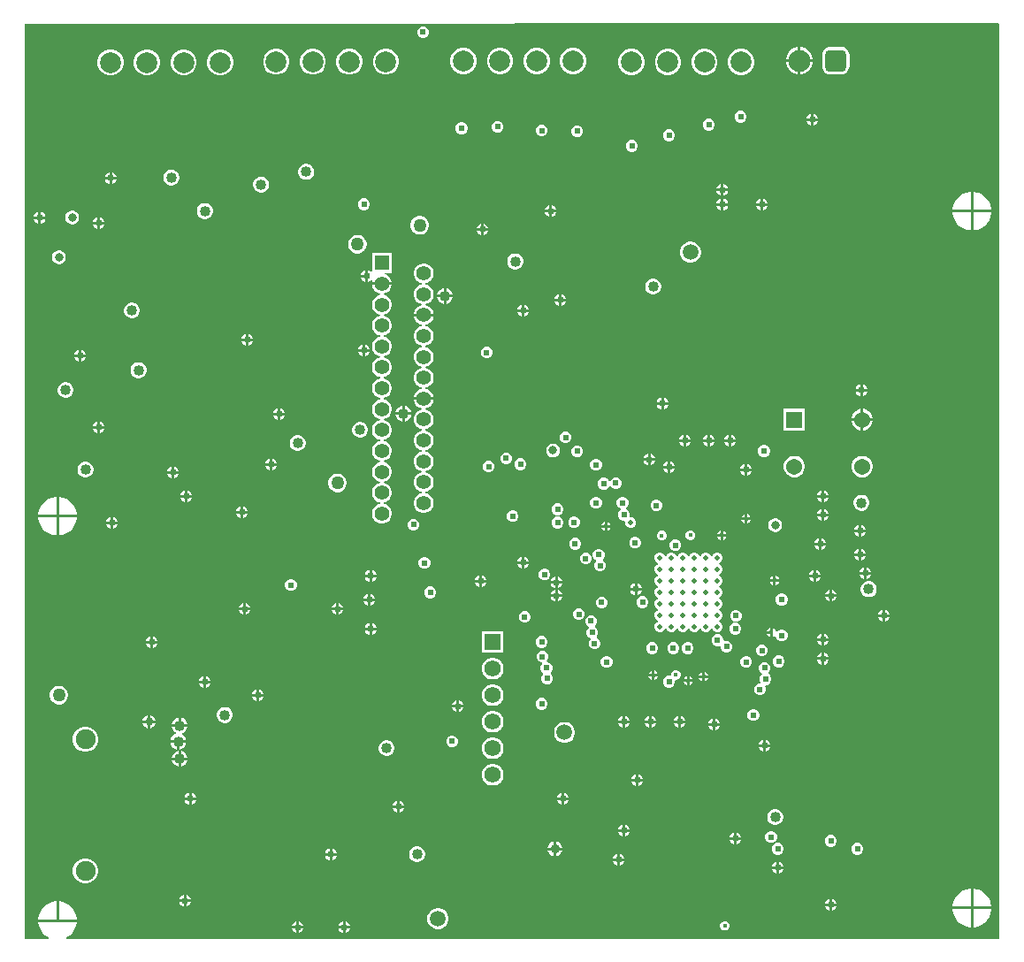
<source format=gbr>
G04*
G04 #@! TF.GenerationSoftware,Altium Limited,Altium Designer,25.2.1 (25)*
G04*
G04 Layer_Physical_Order=2*
G04 Layer_Color=36540*
%FSLAX25Y25*%
%MOIN*%
G70*
G04*
G04 #@! TF.SameCoordinates,93333BF9-B9FA-480E-9F15-3530D08D3613*
G04*
G04*
G04 #@! TF.FilePolarity,Positive*
G04*
G01*
G75*
%ADD101C,0.06181*%
%ADD102R,0.06181X0.06181*%
%ADD105R,0.06063X0.06063*%
%ADD106C,0.06063*%
%ADD108C,0.03200*%
%ADD110C,0.02400*%
%ADD113C,0.04000*%
%ADD124C,0.08268*%
G04:AMPARAMS|DCode=125|XSize=82.68mil|YSize=82.68mil|CornerRadius=20.67mil|HoleSize=0mil|Usage=FLASHONLY|Rotation=180.000|XOffset=0mil|YOffset=0mil|HoleType=Round|Shape=RoundedRectangle|*
%AMROUNDEDRECTD125*
21,1,0.08268,0.04134,0,0,180.0*
21,1,0.04134,0.08268,0,0,180.0*
1,1,0.04134,-0.02067,0.02067*
1,1,0.04134,0.02067,0.02067*
1,1,0.04134,0.02067,-0.02067*
1,1,0.04134,-0.02067,-0.02067*
%
%ADD125ROUNDEDRECTD125*%
%ADD126C,0.07874*%
%ADD127R,0.05492X0.05492*%
%ADD128C,0.05492*%
%ADD129C,0.05906*%
%ADD130C,0.07480*%
%ADD131C,0.03000*%
%ADD132C,0.03600*%
%ADD133C,0.01600*%
%ADD134C,0.02000*%
%ADD135C,0.01968*%
%ADD136C,0.05000*%
G36*
X369311Y348079D02*
Y3689D01*
X369538Y3462D01*
X369347Y3000D01*
X17958D01*
X17860Y3490D01*
X17958Y3531D01*
X19153Y4330D01*
X20170Y5347D01*
X20969Y6542D01*
X21520Y7871D01*
X21800Y9281D01*
Y9500D01*
X7200D01*
Y9281D01*
X7480Y7871D01*
X8031Y6542D01*
X8830Y5347D01*
X9847Y4330D01*
X11042Y3531D01*
X11140Y3490D01*
X11042Y3000D01*
X2000D01*
Y348000D01*
X368957Y348433D01*
X369311Y348079D01*
D02*
G37*
%LPC*%
G36*
X152738Y347100D02*
X151862D01*
X151054Y346765D01*
X150435Y346146D01*
X150100Y345338D01*
Y344462D01*
X150435Y343654D01*
X151054Y343035D01*
X151862Y342700D01*
X152738D01*
X153546Y343035D01*
X154165Y343654D01*
X154500Y344462D01*
Y345338D01*
X154165Y346146D01*
X153546Y346765D01*
X152738Y347100D01*
D02*
G37*
G36*
X294786Y339283D02*
X294610D01*
Y334650D01*
X299244D01*
Y334825D01*
X298894Y336131D01*
X298218Y337302D01*
X297263Y338258D01*
X296092Y338934D01*
X294786Y339283D01*
D02*
G37*
G36*
X293610D02*
X293434D01*
X292129Y338934D01*
X290958Y338258D01*
X290002Y337302D01*
X289326Y336131D01*
X288976Y334825D01*
Y334650D01*
X293610D01*
Y339283D01*
D02*
G37*
G36*
X209509Y338937D02*
X208209D01*
X206953Y338601D01*
X205828Y337951D01*
X204908Y337031D01*
X204258Y335906D01*
X203922Y334650D01*
Y333350D01*
X204258Y332094D01*
X204908Y330969D01*
X205828Y330049D01*
X206953Y329399D01*
X208209Y329063D01*
X209509D01*
X210765Y329399D01*
X211890Y330049D01*
X212810Y330969D01*
X213460Y332094D01*
X213796Y333350D01*
Y334650D01*
X213460Y335906D01*
X212810Y337031D01*
X211890Y337951D01*
X210765Y338601D01*
X209509Y338937D01*
D02*
G37*
G36*
X195729D02*
X194430D01*
X193174Y338601D01*
X192048Y337951D01*
X191129Y337031D01*
X190479Y335906D01*
X190143Y334650D01*
Y333350D01*
X190479Y332094D01*
X191129Y330969D01*
X192048Y330049D01*
X193174Y329399D01*
X194430Y329063D01*
X195729D01*
X196985Y329399D01*
X198111Y330049D01*
X199030Y330969D01*
X199680Y332094D01*
X200016Y333350D01*
Y334650D01*
X199680Y335906D01*
X199030Y337031D01*
X198111Y337951D01*
X196985Y338601D01*
X195729Y338937D01*
D02*
G37*
G36*
X181950D02*
X180650D01*
X179394Y338601D01*
X178269Y337951D01*
X177349Y337031D01*
X176699Y335906D01*
X176363Y334650D01*
Y333350D01*
X176699Y332094D01*
X177349Y330969D01*
X178269Y330049D01*
X179394Y329399D01*
X180650Y329063D01*
X181950D01*
X183206Y329399D01*
X184331Y330049D01*
X185251Y330969D01*
X185901Y332094D01*
X186237Y333350D01*
Y334650D01*
X185901Y335906D01*
X185251Y337031D01*
X184331Y337951D01*
X183206Y338601D01*
X181950Y338937D01*
D02*
G37*
G36*
X168170D02*
X166870D01*
X165615Y338601D01*
X164489Y337951D01*
X163570Y337031D01*
X162920Y335906D01*
X162583Y334650D01*
Y333350D01*
X162920Y332094D01*
X163570Y330969D01*
X164489Y330049D01*
X165615Y329399D01*
X166870Y329063D01*
X168170D01*
X169426Y329399D01*
X170552Y330049D01*
X171471Y330969D01*
X172121Y332094D01*
X172458Y333350D01*
Y334650D01*
X172121Y335906D01*
X171471Y337031D01*
X170552Y337951D01*
X169426Y338601D01*
X168170Y338937D01*
D02*
G37*
G36*
X299244Y333650D02*
X294610D01*
Y329016D01*
X294786D01*
X296092Y329365D01*
X297263Y330041D01*
X298218Y330997D01*
X298894Y332168D01*
X299244Y333474D01*
Y333650D01*
D02*
G37*
G36*
X293610D02*
X288976D01*
Y333474D01*
X289326Y332168D01*
X290002Y330997D01*
X290958Y330041D01*
X292129Y329365D01*
X293434Y329016D01*
X293610D01*
Y333650D01*
D02*
G37*
G36*
X309957Y339310D02*
X305823D01*
X305022Y339205D01*
X304276Y338895D01*
X303636Y338404D01*
X303144Y337763D01*
X302835Y337017D01*
X302729Y336216D01*
Y332083D01*
X302835Y331282D01*
X303144Y330536D01*
X303636Y329895D01*
X304276Y329404D01*
X305022Y329095D01*
X305823Y328989D01*
X309957D01*
X310757Y329095D01*
X311503Y329404D01*
X312144Y329895D01*
X312636Y330536D01*
X312945Y331282D01*
X313050Y332083D01*
Y336216D01*
X312945Y337017D01*
X312636Y337763D01*
X312144Y338404D01*
X311503Y338895D01*
X310757Y339205D01*
X309957Y339310D01*
D02*
G37*
G36*
X138911Y338737D02*
X137611D01*
X136356Y338401D01*
X135230Y337751D01*
X134311Y336831D01*
X133661Y335706D01*
X133324Y334450D01*
Y333150D01*
X133661Y331894D01*
X134311Y330769D01*
X135230Y329849D01*
X136356Y329199D01*
X137611Y328863D01*
X138911D01*
X140167Y329199D01*
X141293Y329849D01*
X142212Y330769D01*
X142862Y331894D01*
X143198Y333150D01*
Y334450D01*
X142862Y335706D01*
X142212Y336831D01*
X141293Y337751D01*
X140167Y338401D01*
X138911Y338737D01*
D02*
G37*
G36*
X125132D02*
X123832D01*
X122576Y338401D01*
X121450Y337751D01*
X120531Y336831D01*
X119881Y335706D01*
X119545Y334450D01*
Y333150D01*
X119881Y331894D01*
X120531Y330769D01*
X121450Y329849D01*
X122576Y329199D01*
X123832Y328863D01*
X125132D01*
X126387Y329199D01*
X127513Y329849D01*
X128432Y330769D01*
X129082Y331894D01*
X129419Y333150D01*
Y334450D01*
X129082Y335706D01*
X128432Y336831D01*
X127513Y337751D01*
X126387Y338401D01*
X125132Y338737D01*
D02*
G37*
G36*
X111352D02*
X110052D01*
X108797Y338401D01*
X107671Y337751D01*
X106752Y336831D01*
X106102Y335706D01*
X105765Y334450D01*
Y333150D01*
X106102Y331894D01*
X106752Y330769D01*
X107671Y329849D01*
X108797Y329199D01*
X110052Y328863D01*
X111352D01*
X112608Y329199D01*
X113733Y329849D01*
X114653Y330769D01*
X115303Y331894D01*
X115639Y333150D01*
Y334450D01*
X115303Y335706D01*
X114653Y336831D01*
X113733Y337751D01*
X112608Y338401D01*
X111352Y338737D01*
D02*
G37*
G36*
X97573D02*
X96273D01*
X95017Y338401D01*
X93891Y337751D01*
X92972Y336831D01*
X92322Y335706D01*
X91986Y334450D01*
Y333150D01*
X92322Y331894D01*
X92972Y330769D01*
X93891Y329849D01*
X95017Y329199D01*
X96273Y328863D01*
X97573D01*
X98828Y329199D01*
X99954Y329849D01*
X100873Y330769D01*
X101523Y331894D01*
X101860Y333150D01*
Y334450D01*
X101523Y335706D01*
X100873Y336831D01*
X99954Y337751D01*
X98828Y338401D01*
X97573Y338737D01*
D02*
G37*
G36*
X272789Y338537D02*
X271489D01*
X270233Y338201D01*
X269107Y337551D01*
X268188Y336631D01*
X267538Y335506D01*
X267202Y334250D01*
Y332950D01*
X267538Y331694D01*
X268188Y330569D01*
X269107Y329649D01*
X270233Y328999D01*
X271489Y328663D01*
X272789D01*
X274044Y328999D01*
X275170Y329649D01*
X276089Y330569D01*
X276739Y331694D01*
X277076Y332950D01*
Y334250D01*
X276739Y335506D01*
X276089Y336631D01*
X275170Y337551D01*
X274044Y338201D01*
X272789Y338537D01*
D02*
G37*
G36*
X259009D02*
X257709D01*
X256453Y338201D01*
X255328Y337551D01*
X254409Y336631D01*
X253759Y335506D01*
X253422Y334250D01*
Y332950D01*
X253759Y331694D01*
X254409Y330569D01*
X255328Y329649D01*
X256453Y328999D01*
X257709Y328663D01*
X259009D01*
X260265Y328999D01*
X261390Y329649D01*
X262310Y330569D01*
X262960Y331694D01*
X263296Y332950D01*
Y334250D01*
X262960Y335506D01*
X262310Y336631D01*
X261390Y337551D01*
X260265Y338201D01*
X259009Y338537D01*
D02*
G37*
G36*
X245230D02*
X243930D01*
X242674Y338201D01*
X241548Y337551D01*
X240629Y336631D01*
X239979Y335506D01*
X239643Y334250D01*
Y332950D01*
X239979Y331694D01*
X240629Y330569D01*
X241548Y329649D01*
X242674Y328999D01*
X243930Y328663D01*
X245230D01*
X246485Y328999D01*
X247611Y329649D01*
X248530Y330569D01*
X249180Y331694D01*
X249517Y332950D01*
Y334250D01*
X249180Y335506D01*
X248530Y336631D01*
X247611Y337551D01*
X246485Y338201D01*
X245230Y338537D01*
D02*
G37*
G36*
X231450D02*
X230150D01*
X228894Y338201D01*
X227769Y337551D01*
X226849Y336631D01*
X226199Y335506D01*
X225863Y334250D01*
Y332950D01*
X226199Y331694D01*
X226849Y330569D01*
X227769Y329649D01*
X228894Y328999D01*
X230150Y328663D01*
X231450D01*
X232706Y328999D01*
X233831Y329649D01*
X234751Y330569D01*
X235401Y331694D01*
X235737Y332950D01*
Y334250D01*
X235401Y335506D01*
X234751Y336631D01*
X233831Y337551D01*
X232706Y338201D01*
X231450Y338537D01*
D02*
G37*
G36*
X76450Y338437D02*
X75150D01*
X73894Y338101D01*
X72769Y337451D01*
X71849Y336531D01*
X71199Y335406D01*
X70863Y334150D01*
Y332850D01*
X71199Y331594D01*
X71849Y330469D01*
X72769Y329549D01*
X73894Y328899D01*
X75150Y328563D01*
X76450D01*
X77706Y328899D01*
X78831Y329549D01*
X79751Y330469D01*
X80401Y331594D01*
X80737Y332850D01*
Y334150D01*
X80401Y335406D01*
X79751Y336531D01*
X78831Y337451D01*
X77706Y338101D01*
X76450Y338437D01*
D02*
G37*
G36*
X62670D02*
X61370D01*
X60115Y338101D01*
X58989Y337451D01*
X58070Y336531D01*
X57420Y335406D01*
X57083Y334150D01*
Y332850D01*
X57420Y331594D01*
X58070Y330469D01*
X58989Y329549D01*
X60115Y328899D01*
X61370Y328563D01*
X62670D01*
X63926Y328899D01*
X65052Y329549D01*
X65971Y330469D01*
X66621Y331594D01*
X66957Y332850D01*
Y334150D01*
X66621Y335406D01*
X65971Y336531D01*
X65052Y337451D01*
X63926Y338101D01*
X62670Y338437D01*
D02*
G37*
G36*
X48891D02*
X47591D01*
X46335Y338101D01*
X45210Y337451D01*
X44290Y336531D01*
X43640Y335406D01*
X43304Y334150D01*
Y332850D01*
X43640Y331594D01*
X44290Y330469D01*
X45210Y329549D01*
X46335Y328899D01*
X47591Y328563D01*
X48891D01*
X50147Y328899D01*
X51272Y329549D01*
X52192Y330469D01*
X52842Y331594D01*
X53178Y332850D01*
Y334150D01*
X52842Y335406D01*
X52192Y336531D01*
X51272Y337451D01*
X50147Y338101D01*
X48891Y338437D01*
D02*
G37*
G36*
X35111D02*
X33812D01*
X32556Y338101D01*
X31430Y337451D01*
X30511Y336531D01*
X29861Y335406D01*
X29524Y334150D01*
Y332850D01*
X29861Y331594D01*
X30511Y330469D01*
X31430Y329549D01*
X32556Y328899D01*
X33812Y328563D01*
X35111D01*
X36367Y328899D01*
X37493Y329549D01*
X38412Y330469D01*
X39062Y331594D01*
X39398Y332850D01*
Y334150D01*
X39062Y335406D01*
X38412Y336531D01*
X37493Y337451D01*
X36367Y338101D01*
X35111Y338437D01*
D02*
G37*
G36*
X299500Y314174D02*
Y312500D01*
X301174D01*
X300865Y313246D01*
X300246Y313865D01*
X299500Y314174D01*
D02*
G37*
G36*
X298500D02*
X297754Y313865D01*
X297135Y313246D01*
X296826Y312500D01*
X298500D01*
Y314174D01*
D02*
G37*
G36*
X272438Y315200D02*
X271562D01*
X270754Y314865D01*
X270135Y314246D01*
X269800Y313438D01*
Y312562D01*
X270135Y311754D01*
X270754Y311135D01*
X271562Y310800D01*
X272438D01*
X273246Y311135D01*
X273865Y311754D01*
X274200Y312562D01*
Y313438D01*
X273865Y314246D01*
X273246Y314865D01*
X272438Y315200D01*
D02*
G37*
G36*
X301174Y311500D02*
X299500D01*
Y309826D01*
X300246Y310135D01*
X300865Y310754D01*
X301174Y311500D01*
D02*
G37*
G36*
X298500D02*
X296826D01*
X297135Y310754D01*
X297754Y310135D01*
X298500Y309826D01*
Y311500D01*
D02*
G37*
G36*
X260438Y312200D02*
X259562D01*
X258754Y311865D01*
X258135Y311246D01*
X257800Y310438D01*
Y309562D01*
X258135Y308754D01*
X258754Y308135D01*
X259562Y307800D01*
X260438D01*
X261246Y308135D01*
X261865Y308754D01*
X262200Y309562D01*
Y310438D01*
X261865Y311246D01*
X261246Y311865D01*
X260438Y312200D01*
D02*
G37*
G36*
X180838Y311400D02*
X179962D01*
X179154Y311065D01*
X178535Y310446D01*
X178200Y309638D01*
Y308762D01*
X178535Y307954D01*
X179154Y307335D01*
X179962Y307000D01*
X180838D01*
X181646Y307335D01*
X182265Y307954D01*
X182600Y308762D01*
Y309638D01*
X182265Y310446D01*
X181646Y311065D01*
X180838Y311400D01*
D02*
G37*
G36*
X167238Y310900D02*
X166362D01*
X165554Y310565D01*
X164935Y309946D01*
X164600Y309138D01*
Y308262D01*
X164935Y307454D01*
X165554Y306835D01*
X166362Y306500D01*
X167238D01*
X168046Y306835D01*
X168665Y307454D01*
X169000Y308262D01*
Y309138D01*
X168665Y309946D01*
X168046Y310565D01*
X167238Y310900D01*
D02*
G37*
G36*
X197438Y310000D02*
X196562D01*
X195754Y309665D01*
X195135Y309046D01*
X194800Y308238D01*
Y307362D01*
X195135Y306554D01*
X195754Y305935D01*
X196562Y305600D01*
X197438D01*
X198246Y305935D01*
X198865Y306554D01*
X199200Y307362D01*
Y308238D01*
X198865Y309046D01*
X198246Y309665D01*
X197438Y310000D01*
D02*
G37*
G36*
X210838Y309781D02*
X209962D01*
X209154Y309446D01*
X208535Y308827D01*
X208200Y308018D01*
Y307143D01*
X208535Y306334D01*
X209154Y305715D01*
X209962Y305381D01*
X210838D01*
X211646Y305715D01*
X212265Y306334D01*
X212600Y307143D01*
Y308018D01*
X212265Y308827D01*
X211646Y309446D01*
X210838Y309781D01*
D02*
G37*
G36*
X245438Y308200D02*
X244562D01*
X243754Y307865D01*
X243135Y307246D01*
X242800Y306438D01*
Y305562D01*
X243135Y304754D01*
X243754Y304135D01*
X244562Y303800D01*
X245438D01*
X246246Y304135D01*
X246865Y304754D01*
X247200Y305562D01*
Y306438D01*
X246865Y307246D01*
X246246Y307865D01*
X245438Y308200D01*
D02*
G37*
G36*
X231438Y304200D02*
X230562D01*
X229754Y303865D01*
X229135Y303246D01*
X228800Y302438D01*
Y301562D01*
X229135Y300754D01*
X229754Y300135D01*
X230562Y299800D01*
X231438D01*
X232246Y300135D01*
X232865Y300754D01*
X233200Y301562D01*
Y302438D01*
X232865Y303246D01*
X232246Y303865D01*
X231438Y304200D01*
D02*
G37*
G36*
X35000Y292074D02*
Y290400D01*
X36674D01*
X36365Y291146D01*
X35746Y291765D01*
X35000Y292074D01*
D02*
G37*
G36*
X34000D02*
X33254Y291765D01*
X32635Y291146D01*
X32326Y290400D01*
X34000D01*
Y292074D01*
D02*
G37*
G36*
X108595Y295200D02*
X107805D01*
X107042Y294996D01*
X106358Y294601D01*
X105799Y294042D01*
X105404Y293358D01*
X105200Y292595D01*
Y291805D01*
X105404Y291042D01*
X105799Y290358D01*
X106358Y289799D01*
X107042Y289404D01*
X107805Y289200D01*
X108595D01*
X109358Y289404D01*
X110042Y289799D01*
X110601Y290358D01*
X110996Y291042D01*
X111200Y291805D01*
Y292595D01*
X110996Y293358D01*
X110601Y294042D01*
X110042Y294601D01*
X109358Y294996D01*
X108595Y295200D01*
D02*
G37*
G36*
X36674Y289400D02*
X35000D01*
Y287726D01*
X35746Y288035D01*
X36365Y288654D01*
X36674Y289400D01*
D02*
G37*
G36*
X34000D02*
X32326D01*
X32635Y288654D01*
X33254Y288035D01*
X34000Y287726D01*
Y289400D01*
D02*
G37*
G36*
X57795Y293100D02*
X57005D01*
X56242Y292896D01*
X55558Y292501D01*
X54999Y291942D01*
X54604Y291258D01*
X54400Y290495D01*
Y289705D01*
X54604Y288942D01*
X54999Y288258D01*
X55558Y287699D01*
X56242Y287304D01*
X57005Y287100D01*
X57795D01*
X58558Y287304D01*
X59242Y287699D01*
X59801Y288258D01*
X60196Y288942D01*
X60400Y289705D01*
Y290495D01*
X60196Y291258D01*
X59801Y291942D01*
X59242Y292501D01*
X58558Y292896D01*
X57795Y293100D01*
D02*
G37*
G36*
X265625Y287574D02*
Y285900D01*
X267299D01*
X266990Y286646D01*
X266371Y287265D01*
X265625Y287574D01*
D02*
G37*
G36*
X264625D02*
X263879Y287265D01*
X263260Y286646D01*
X262951Y285900D01*
X264625D01*
Y287574D01*
D02*
G37*
G36*
X91595Y290400D02*
X90805D01*
X90042Y290196D01*
X89358Y289801D01*
X88799Y289242D01*
X88404Y288558D01*
X88200Y287795D01*
Y287005D01*
X88404Y286242D01*
X88799Y285558D01*
X89358Y284999D01*
X90042Y284604D01*
X90805Y284400D01*
X91595D01*
X92358Y284604D01*
X93042Y284999D01*
X93601Y285558D01*
X93996Y286242D01*
X94200Y287005D01*
Y287795D01*
X93996Y288558D01*
X93601Y289242D01*
X93042Y289801D01*
X92358Y290196D01*
X91595Y290400D01*
D02*
G37*
G36*
X267299Y284900D02*
X265625D01*
Y283226D01*
X266371Y283535D01*
X266990Y284154D01*
X267299Y284900D01*
D02*
G37*
G36*
X264625D02*
X262951D01*
X263260Y284154D01*
X263879Y283535D01*
X264625Y283226D01*
Y284900D01*
D02*
G37*
G36*
X280500Y282174D02*
Y280500D01*
X282174D01*
X281865Y281246D01*
X281246Y281865D01*
X280500Y282174D01*
D02*
G37*
G36*
X279500D02*
X278754Y281865D01*
X278135Y281246D01*
X277826Y280500D01*
X279500D01*
Y282174D01*
D02*
G37*
G36*
X265625D02*
Y280500D01*
X267299D01*
X266990Y281246D01*
X266371Y281865D01*
X265625Y282174D01*
D02*
G37*
G36*
X264625D02*
X263879Y281865D01*
X263260Y281246D01*
X262951Y280500D01*
X264625D01*
Y282174D01*
D02*
G37*
G36*
X359919Y284800D02*
X359700D01*
Y278000D01*
X366500D01*
Y278219D01*
X366219Y279629D01*
X365669Y280958D01*
X364870Y282154D01*
X363854Y283170D01*
X362658Y283969D01*
X361329Y284520D01*
X359919Y284800D01*
D02*
G37*
G36*
X358700D02*
X358481D01*
X357071Y284520D01*
X355742Y283969D01*
X354546Y283170D01*
X353530Y282154D01*
X352731Y280958D01*
X352181Y279629D01*
X351900Y278219D01*
Y278000D01*
X358700D01*
Y284800D01*
D02*
G37*
G36*
X200901Y279573D02*
Y277899D01*
X202575D01*
X202266Y278645D01*
X201647Y279264D01*
X200901Y279573D01*
D02*
G37*
G36*
X199901D02*
X199155Y279264D01*
X198536Y278645D01*
X198227Y277899D01*
X199901D01*
Y279573D01*
D02*
G37*
G36*
X282174Y279500D02*
X280500D01*
Y277826D01*
X281246Y278135D01*
X281865Y278754D01*
X282174Y279500D01*
D02*
G37*
G36*
X279500D02*
X277826D01*
X278135Y278754D01*
X278754Y278135D01*
X279500Y277826D01*
Y279500D01*
D02*
G37*
G36*
X267299D02*
X265625D01*
Y277826D01*
X266371Y278135D01*
X266990Y278754D01*
X267299Y279500D01*
D02*
G37*
G36*
X264625D02*
X262951D01*
X263260Y278754D01*
X263879Y278135D01*
X264625Y277826D01*
Y279500D01*
D02*
G37*
G36*
X130438Y282200D02*
X129562D01*
X128754Y281865D01*
X128135Y281246D01*
X127800Y280438D01*
Y279562D01*
X128135Y278754D01*
X128754Y278135D01*
X129562Y277800D01*
X130438D01*
X131246Y278135D01*
X131865Y278754D01*
X132200Y279562D01*
Y280438D01*
X131865Y281246D01*
X131246Y281865D01*
X130438Y282200D01*
D02*
G37*
G36*
X8300Y277174D02*
Y275500D01*
X9974D01*
X9665Y276246D01*
X9046Y276865D01*
X8300Y277174D01*
D02*
G37*
G36*
X7300D02*
X6554Y276865D01*
X5935Y276246D01*
X5626Y275500D01*
X7300D01*
Y277174D01*
D02*
G37*
G36*
X202575Y276899D02*
X200901D01*
Y275224D01*
X201647Y275534D01*
X202266Y276152D01*
X202575Y276899D01*
D02*
G37*
G36*
X199901D02*
X198227D01*
X198536Y276152D01*
X199155Y275534D01*
X199901Y275224D01*
Y276899D01*
D02*
G37*
G36*
X70395Y280500D02*
X69605D01*
X68842Y280296D01*
X68158Y279901D01*
X67599Y279342D01*
X67204Y278658D01*
X67000Y277895D01*
Y277105D01*
X67204Y276342D01*
X67599Y275658D01*
X68158Y275099D01*
X68842Y274704D01*
X69605Y274500D01*
X70395D01*
X71158Y274704D01*
X71842Y275099D01*
X72401Y275658D01*
X72796Y276342D01*
X73000Y277105D01*
Y277895D01*
X72796Y278658D01*
X72401Y279342D01*
X71842Y279901D01*
X71158Y280296D01*
X70395Y280500D01*
D02*
G37*
G36*
X30500Y275174D02*
Y273500D01*
X32174D01*
X31865Y274246D01*
X31246Y274865D01*
X30500Y275174D01*
D02*
G37*
G36*
X29500D02*
X28754Y274865D01*
X28135Y274246D01*
X27826Y273500D01*
X29500D01*
Y275174D01*
D02*
G37*
G36*
X9974Y274500D02*
X8300D01*
Y272826D01*
X9046Y273135D01*
X9665Y273754D01*
X9974Y274500D01*
D02*
G37*
G36*
X7300D02*
X5626D01*
X5935Y273754D01*
X6554Y273135D01*
X7300Y272826D01*
Y274500D01*
D02*
G37*
G36*
X20342Y277600D02*
X19658D01*
X18996Y277423D01*
X18404Y277080D01*
X17920Y276596D01*
X17577Y276004D01*
X17400Y275342D01*
Y274658D01*
X17577Y273996D01*
X17920Y273404D01*
X18404Y272920D01*
X18996Y272577D01*
X19658Y272400D01*
X20342D01*
X21004Y272577D01*
X21596Y272920D01*
X22081Y273404D01*
X22423Y273996D01*
X22600Y274658D01*
Y275342D01*
X22423Y276004D01*
X22081Y276596D01*
X21596Y277080D01*
X21004Y277423D01*
X20342Y277600D01*
D02*
G37*
G36*
X175200Y272774D02*
Y271100D01*
X176874D01*
X176565Y271846D01*
X175946Y272465D01*
X175200Y272774D01*
D02*
G37*
G36*
X174200D02*
X173454Y272465D01*
X172835Y271846D01*
X172526Y271100D01*
X174200D01*
Y272774D01*
D02*
G37*
G36*
X32174Y272500D02*
X30500D01*
Y270826D01*
X31246Y271135D01*
X31865Y271754D01*
X32174Y272500D01*
D02*
G37*
G36*
X29500D02*
X27826D01*
X28135Y271754D01*
X28754Y271135D01*
X29500Y270826D01*
Y272500D01*
D02*
G37*
G36*
X366500Y277000D02*
X359700D01*
Y270200D01*
X359919D01*
X361329Y270480D01*
X362658Y271031D01*
X363854Y271830D01*
X364870Y272847D01*
X365669Y274042D01*
X366219Y275371D01*
X366500Y276781D01*
Y277000D01*
D02*
G37*
G36*
X358700D02*
X351900D01*
Y276781D01*
X352181Y275371D01*
X352731Y274042D01*
X353530Y272847D01*
X354546Y271830D01*
X355742Y271031D01*
X357071Y270480D01*
X358481Y270200D01*
X358700D01*
Y277000D01*
D02*
G37*
G36*
X151461Y275600D02*
X150539D01*
X149649Y275361D01*
X148851Y274901D01*
X148199Y274249D01*
X147739Y273451D01*
X147500Y272561D01*
Y271639D01*
X147739Y270749D01*
X148199Y269951D01*
X148851Y269299D01*
X149649Y268839D01*
X150539Y268600D01*
X151461D01*
X152351Y268839D01*
X153149Y269299D01*
X153801Y269951D01*
X154262Y270749D01*
X154500Y271639D01*
Y272561D01*
X154262Y273451D01*
X153801Y274249D01*
X153149Y274901D01*
X152351Y275361D01*
X151461Y275600D01*
D02*
G37*
G36*
X176874Y270100D02*
X175200D01*
Y268426D01*
X175946Y268735D01*
X176565Y269354D01*
X176874Y270100D01*
D02*
G37*
G36*
X174200D02*
X172526D01*
X172835Y269354D01*
X173454Y268735D01*
X174200Y268426D01*
Y270100D01*
D02*
G37*
G36*
X127961Y268500D02*
X127039D01*
X126149Y268262D01*
X125351Y267801D01*
X124699Y267149D01*
X124239Y266351D01*
X124000Y265461D01*
Y264539D01*
X124239Y263649D01*
X124699Y262851D01*
X125351Y262199D01*
X126149Y261738D01*
X127039Y261500D01*
X127961D01*
X128851Y261738D01*
X129649Y262199D01*
X130301Y262851D01*
X130762Y263649D01*
X131000Y264539D01*
Y265461D01*
X130762Y266351D01*
X130301Y267149D01*
X129649Y267801D01*
X128851Y268262D01*
X127961Y268500D01*
D02*
G37*
G36*
X253620Y265953D02*
X252580D01*
X251574Y265683D01*
X250673Y265163D01*
X249937Y264427D01*
X249417Y263526D01*
X249147Y262520D01*
Y261480D01*
X249417Y260474D01*
X249937Y259573D01*
X250673Y258837D01*
X251574Y258317D01*
X252580Y258047D01*
X253620D01*
X254626Y258317D01*
X255527Y258837D01*
X256263Y259573D01*
X256783Y260474D01*
X257053Y261480D01*
Y262520D01*
X256783Y263526D01*
X256263Y264427D01*
X255527Y265163D01*
X254626Y265683D01*
X253620Y265953D01*
D02*
G37*
G36*
X15342Y262600D02*
X14658D01*
X13996Y262423D01*
X13404Y262081D01*
X12920Y261596D01*
X12577Y261004D01*
X12400Y260342D01*
Y259658D01*
X12577Y258996D01*
X12920Y258404D01*
X13404Y257920D01*
X13996Y257577D01*
X14658Y257400D01*
X15342D01*
X16004Y257577D01*
X16596Y257920D01*
X17081Y258404D01*
X17423Y258996D01*
X17600Y259658D01*
Y260342D01*
X17423Y261004D01*
X17081Y261596D01*
X16596Y262081D01*
X16004Y262423D01*
X15342Y262600D01*
D02*
G37*
G36*
X187395Y261500D02*
X186605D01*
X185842Y261296D01*
X185158Y260901D01*
X184599Y260342D01*
X184204Y259658D01*
X184000Y258895D01*
Y258105D01*
X184204Y257342D01*
X184599Y256658D01*
X185158Y256099D01*
X185842Y255704D01*
X186605Y255500D01*
X187395D01*
X188158Y255704D01*
X188842Y256099D01*
X189401Y256658D01*
X189796Y257342D01*
X190000Y258105D01*
Y258895D01*
X189796Y259658D01*
X189401Y260342D01*
X188842Y260901D01*
X188158Y261296D01*
X187395Y261500D01*
D02*
G37*
G36*
X140498Y261679D02*
X133006D01*
Y254813D01*
X132506Y254605D01*
X132246Y254865D01*
X131500Y255174D01*
Y253000D01*
Y250826D01*
X132246Y251135D01*
X132696Y251585D01*
X132822Y251711D01*
X133226Y251521D01*
X133233Y251401D01*
X133210Y251313D01*
X133008Y250559D01*
X136752D01*
X140496D01*
X140243Y251505D01*
X139750Y252359D01*
X139052Y253057D01*
X138198Y253550D01*
X137686Y253687D01*
X137752Y254187D01*
X140498D01*
Y261679D01*
D02*
G37*
G36*
X130500Y255174D02*
X129754Y254865D01*
X129135Y254246D01*
X128826Y253500D01*
X130500D01*
Y255174D01*
D02*
G37*
G36*
Y252500D02*
X128826D01*
X129135Y251754D01*
X129754Y251135D01*
X130500Y250826D01*
Y252500D01*
D02*
G37*
G36*
X239395Y252000D02*
X238605D01*
X237842Y251796D01*
X237158Y251401D01*
X236599Y250842D01*
X236204Y250158D01*
X236000Y249395D01*
Y248605D01*
X236204Y247842D01*
X236599Y247158D01*
X237158Y246599D01*
X237842Y246204D01*
X238605Y246000D01*
X239395D01*
X240158Y246204D01*
X240842Y246599D01*
X241401Y247158D01*
X241796Y247842D01*
X242000Y248605D01*
Y249395D01*
X241796Y250158D01*
X241401Y250842D01*
X240842Y251401D01*
X240158Y251796D01*
X239395Y252000D01*
D02*
G37*
G36*
X161000Y248372D02*
Y245900D01*
X163472D01*
X163296Y246558D01*
X162901Y247242D01*
X162342Y247801D01*
X161658Y248196D01*
X161000Y248372D01*
D02*
G37*
G36*
X160000D02*
X159342Y248196D01*
X158658Y247801D01*
X158099Y247242D01*
X157704Y246558D01*
X157528Y245900D01*
X160000D01*
Y248372D01*
D02*
G37*
G36*
X204500Y246174D02*
Y244500D01*
X206174D01*
X205865Y245246D01*
X205246Y245865D01*
X204500Y246174D01*
D02*
G37*
G36*
X203500D02*
X202754Y245865D01*
X202135Y245246D01*
X201826Y244500D01*
X203500D01*
Y246174D01*
D02*
G37*
G36*
X163472Y244900D02*
X161000D01*
Y242428D01*
X161658Y242604D01*
X162342Y242999D01*
X162901Y243558D01*
X163296Y244242D01*
X163472Y244900D01*
D02*
G37*
G36*
X160000D02*
X157528D01*
X157704Y244242D01*
X158099Y243558D01*
X158658Y242999D01*
X159342Y242604D01*
X160000Y242428D01*
Y244900D01*
D02*
G37*
G36*
X206174Y243500D02*
X204500D01*
Y241826D01*
X205246Y242135D01*
X205865Y242754D01*
X206174Y243500D01*
D02*
G37*
G36*
X203500D02*
X201826D01*
X202135Y242754D01*
X202754Y242135D01*
X203500Y241826D01*
Y243500D01*
D02*
G37*
G36*
X190500Y242174D02*
Y240500D01*
X192174D01*
X191865Y241246D01*
X191246Y241865D01*
X190500Y242174D01*
D02*
G37*
G36*
X189500D02*
X188754Y241865D01*
X188135Y241246D01*
X187826Y240500D01*
X189500D01*
Y242174D01*
D02*
G37*
G36*
X152993Y257742D02*
X152007D01*
X151054Y257487D01*
X150200Y256994D01*
X149502Y256296D01*
X149009Y255442D01*
X148754Y254489D01*
Y253503D01*
X149009Y252550D01*
X149502Y251696D01*
X150200Y250998D01*
X151054Y250505D01*
X151753Y250318D01*
Y249800D01*
X151054Y249613D01*
X150200Y249120D01*
X149502Y248422D01*
X149009Y247568D01*
X148754Y246615D01*
Y245629D01*
X149009Y244676D01*
X149502Y243822D01*
X150200Y243125D01*
X151054Y242631D01*
X151753Y242444D01*
Y241926D01*
X151054Y241739D01*
X150200Y241246D01*
X149502Y240548D01*
X149009Y239694D01*
X148756Y238748D01*
X152500D01*
X156244D01*
X155991Y239694D01*
X155498Y240548D01*
X154800Y241246D01*
X153946Y241739D01*
X153246Y241926D01*
Y242444D01*
X153946Y242631D01*
X154800Y243125D01*
X155498Y243822D01*
X155991Y244676D01*
X156246Y245629D01*
Y246615D01*
X155991Y247568D01*
X155498Y248422D01*
X154800Y249120D01*
X153946Y249613D01*
X153246Y249800D01*
Y250318D01*
X153946Y250505D01*
X154800Y250998D01*
X155498Y251696D01*
X155991Y252550D01*
X156246Y253503D01*
Y254489D01*
X155991Y255442D01*
X155498Y256296D01*
X154800Y256994D01*
X153946Y257487D01*
X152993Y257742D01*
D02*
G37*
G36*
X192174Y239500D02*
X190500D01*
Y237826D01*
X191246Y238135D01*
X191865Y238754D01*
X192174Y239500D01*
D02*
G37*
G36*
X189500D02*
X187826D01*
X188135Y238754D01*
X188754Y238135D01*
X189500Y237826D01*
Y239500D01*
D02*
G37*
G36*
X42895Y243000D02*
X42105D01*
X41342Y242796D01*
X40658Y242401D01*
X40099Y241842D01*
X39704Y241158D01*
X39500Y240395D01*
Y239605D01*
X39704Y238842D01*
X40099Y238158D01*
X40658Y237599D01*
X41342Y237204D01*
X42105Y237000D01*
X42895D01*
X43658Y237204D01*
X44342Y237599D01*
X44901Y238158D01*
X45296Y238842D01*
X45500Y239605D01*
Y240395D01*
X45296Y241158D01*
X44901Y241842D01*
X44342Y242401D01*
X43658Y242796D01*
X42895Y243000D01*
D02*
G37*
G36*
X86500Y231174D02*
Y229500D01*
X88174D01*
X87865Y230246D01*
X87246Y230865D01*
X86500Y231174D01*
D02*
G37*
G36*
X85500D02*
X84754Y230865D01*
X84135Y230246D01*
X83826Y229500D01*
X85500D01*
Y231174D01*
D02*
G37*
G36*
X88174Y228500D02*
X86500D01*
Y226826D01*
X87246Y227135D01*
X87865Y227754D01*
X88174Y228500D01*
D02*
G37*
G36*
X85500D02*
X83826D01*
X84135Y227754D01*
X84754Y227135D01*
X85500Y226826D01*
Y228500D01*
D02*
G37*
G36*
X130500Y227174D02*
Y225500D01*
X132174D01*
X131865Y226246D01*
X131246Y226865D01*
X130500Y227174D01*
D02*
G37*
G36*
X129500D02*
X128754Y226865D01*
X128135Y226246D01*
X127826Y225500D01*
X129500D01*
Y227174D01*
D02*
G37*
G36*
X23500Y225174D02*
Y223500D01*
X25174D01*
X24865Y224246D01*
X24246Y224865D01*
X23500Y225174D01*
D02*
G37*
G36*
X22500D02*
X21754Y224865D01*
X21135Y224246D01*
X20826Y223500D01*
X22500D01*
Y225174D01*
D02*
G37*
G36*
X132174Y224500D02*
X130500D01*
Y222826D01*
X131246Y223135D01*
X131865Y223754D01*
X132174Y224500D01*
D02*
G37*
G36*
X129500D02*
X127826D01*
X128135Y223754D01*
X128754Y223135D01*
X129500Y222826D01*
Y224500D01*
D02*
G37*
G36*
X176738Y226300D02*
X175862D01*
X175054Y225965D01*
X174435Y225346D01*
X174100Y224538D01*
Y223662D01*
X174435Y222854D01*
X175054Y222235D01*
X175862Y221900D01*
X176738D01*
X177546Y222235D01*
X178165Y222854D01*
X178500Y223662D01*
Y224538D01*
X178165Y225346D01*
X177546Y225965D01*
X176738Y226300D01*
D02*
G37*
G36*
X25174Y222500D02*
X23500D01*
Y220826D01*
X24246Y221135D01*
X24865Y221754D01*
X25174Y222500D01*
D02*
G37*
G36*
X22500D02*
X20826D01*
X21135Y221754D01*
X21754Y221135D01*
X22500Y220826D01*
Y222500D01*
D02*
G37*
G36*
X45395Y220500D02*
X44605D01*
X43842Y220296D01*
X43158Y219901D01*
X42599Y219342D01*
X42204Y218658D01*
X42000Y217895D01*
Y217105D01*
X42204Y216342D01*
X42599Y215658D01*
X43158Y215099D01*
X43842Y214704D01*
X44605Y214500D01*
X45395D01*
X46158Y214704D01*
X46842Y215099D01*
X47401Y215658D01*
X47796Y216342D01*
X48000Y217105D01*
Y217895D01*
X47796Y218658D01*
X47401Y219342D01*
X46842Y219901D01*
X46158Y220296D01*
X45395Y220500D01*
D02*
G37*
G36*
X318000Y212174D02*
Y210500D01*
X319674D01*
X319365Y211246D01*
X318746Y211865D01*
X318000Y212174D01*
D02*
G37*
G36*
X317000D02*
X316254Y211865D01*
X315635Y211246D01*
X315326Y210500D01*
X317000D01*
Y212174D01*
D02*
G37*
G36*
X319674Y209500D02*
X318000D01*
Y207826D01*
X318746Y208135D01*
X319365Y208754D01*
X319674Y209500D01*
D02*
G37*
G36*
X317000D02*
X315326D01*
X315635Y208754D01*
X316254Y208135D01*
X317000Y207826D01*
Y209500D01*
D02*
G37*
G36*
X156244Y237748D02*
X152500D01*
X148756D01*
X149009Y236802D01*
X149502Y235948D01*
X150200Y235250D01*
X151054Y234757D01*
X151753Y234570D01*
Y234052D01*
X151054Y233865D01*
X150200Y233372D01*
X149502Y232674D01*
X149009Y231820D01*
X148754Y230867D01*
Y229881D01*
X149009Y228928D01*
X149502Y228074D01*
X150200Y227376D01*
X151054Y226883D01*
X151753Y226696D01*
Y226178D01*
X151054Y225991D01*
X150200Y225498D01*
X149502Y224800D01*
X149009Y223946D01*
X148754Y222993D01*
Y222007D01*
X149009Y221054D01*
X149502Y220200D01*
X150200Y219502D01*
X151054Y219009D01*
X151753Y218822D01*
Y218304D01*
X151054Y218117D01*
X150200Y217624D01*
X149502Y216926D01*
X149009Y216072D01*
X148754Y215119D01*
Y214133D01*
X149009Y213180D01*
X149502Y212326D01*
X150200Y211628D01*
X151054Y211135D01*
X151753Y210948D01*
Y210430D01*
X151054Y210243D01*
X150200Y209750D01*
X149502Y209052D01*
X149009Y208198D01*
X148756Y207252D01*
X152500D01*
X156244D01*
X155991Y208198D01*
X155498Y209052D01*
X154800Y209750D01*
X153946Y210243D01*
X153246Y210430D01*
Y210948D01*
X153946Y211135D01*
X154800Y211628D01*
X155498Y212326D01*
X155991Y213180D01*
X156246Y214133D01*
Y215119D01*
X155991Y216072D01*
X155498Y216926D01*
X154800Y217624D01*
X153946Y218117D01*
X153246Y218304D01*
Y218822D01*
X153946Y219009D01*
X154800Y219502D01*
X155498Y220200D01*
X155991Y221054D01*
X156246Y222007D01*
Y222993D01*
X155991Y223946D01*
X155498Y224800D01*
X154800Y225498D01*
X153946Y225991D01*
X153246Y226178D01*
Y226696D01*
X153946Y226883D01*
X154800Y227376D01*
X155498Y228074D01*
X155991Y228928D01*
X156246Y229881D01*
Y230867D01*
X155991Y231820D01*
X155498Y232674D01*
X154800Y233372D01*
X153946Y233865D01*
X153246Y234052D01*
Y234570D01*
X153946Y234757D01*
X154800Y235250D01*
X155498Y235948D01*
X155991Y236802D01*
X156244Y237748D01*
D02*
G37*
G36*
X17895Y213000D02*
X17105D01*
X16342Y212796D01*
X15658Y212401D01*
X15099Y211842D01*
X14704Y211158D01*
X14500Y210395D01*
Y209605D01*
X14704Y208842D01*
X15099Y208158D01*
X15658Y207599D01*
X16342Y207204D01*
X17105Y207000D01*
X17895D01*
X18658Y207204D01*
X19342Y207599D01*
X19901Y208158D01*
X20296Y208842D01*
X20500Y209605D01*
Y210395D01*
X20296Y211158D01*
X19901Y211842D01*
X19342Y212401D01*
X18658Y212796D01*
X17895Y213000D01*
D02*
G37*
G36*
X243000Y207174D02*
Y205500D01*
X244674D01*
X244365Y206246D01*
X243746Y206865D01*
X243000Y207174D01*
D02*
G37*
G36*
X242000D02*
X241254Y206865D01*
X240635Y206246D01*
X240326Y205500D01*
X242000D01*
Y207174D01*
D02*
G37*
G36*
X244674Y204500D02*
X243000D01*
Y202826D01*
X243746Y203135D01*
X244365Y203754D01*
X244674Y204500D01*
D02*
G37*
G36*
X242000D02*
X240326D01*
X240635Y203754D01*
X241254Y203135D01*
X242000Y202826D01*
Y204500D01*
D02*
G37*
G36*
X145400Y204072D02*
Y201600D01*
X147872D01*
X147696Y202258D01*
X147301Y202942D01*
X146742Y203501D01*
X146058Y203896D01*
X145400Y204072D01*
D02*
G37*
G36*
X144400D02*
X143742Y203896D01*
X143058Y203501D01*
X142499Y202942D01*
X142104Y202258D01*
X141928Y201600D01*
X144400D01*
Y204072D01*
D02*
G37*
G36*
X98500Y203174D02*
Y201500D01*
X100174D01*
X99865Y202246D01*
X99246Y202865D01*
X98500Y203174D01*
D02*
G37*
G36*
X97500D02*
X96754Y202865D01*
X96135Y202246D01*
X95826Y201500D01*
X97500D01*
Y203174D01*
D02*
G37*
G36*
X318326Y202890D02*
X318295D01*
Y199358D01*
X321827D01*
Y199389D01*
X321552Y200414D01*
X321021Y201334D01*
X320271Y202084D01*
X319351Y202615D01*
X318326Y202890D01*
D02*
G37*
G36*
X317295D02*
X317265D01*
X316239Y202615D01*
X315320Y202084D01*
X314569Y201334D01*
X314038Y200414D01*
X313764Y199389D01*
Y199358D01*
X317295D01*
Y202890D01*
D02*
G37*
G36*
X100174Y200500D02*
X98500D01*
Y198826D01*
X99246Y199135D01*
X99865Y199754D01*
X100174Y200500D01*
D02*
G37*
G36*
X97500D02*
X95826D01*
X96135Y199754D01*
X96754Y199135D01*
X97500Y198826D01*
Y200500D01*
D02*
G37*
G36*
X147872Y200600D02*
X145400D01*
Y198128D01*
X146058Y198304D01*
X146742Y198699D01*
X147301Y199258D01*
X147696Y199942D01*
X147872Y200600D01*
D02*
G37*
G36*
X144400D02*
X141928D01*
X142104Y199942D01*
X142499Y199258D01*
X143058Y198699D01*
X143742Y198304D01*
X144400Y198128D01*
Y200600D01*
D02*
G37*
G36*
X30500Y198174D02*
Y196500D01*
X32174D01*
X31865Y197246D01*
X31246Y197865D01*
X30500Y198174D01*
D02*
G37*
G36*
X29500D02*
X28754Y197865D01*
X28135Y197246D01*
X27826Y196500D01*
X29500D01*
Y198174D01*
D02*
G37*
G36*
X321827Y198358D02*
X318295D01*
Y194827D01*
X318326D01*
X319351Y195101D01*
X320271Y195632D01*
X321021Y196383D01*
X321552Y197302D01*
X321827Y198328D01*
Y198358D01*
D02*
G37*
G36*
X317295D02*
X313764D01*
Y198328D01*
X314038Y197302D01*
X314569Y196383D01*
X315320Y195632D01*
X316239Y195101D01*
X317265Y194827D01*
X317295D01*
Y198358D01*
D02*
G37*
G36*
X296236Y202890D02*
X288173D01*
Y194827D01*
X296236D01*
Y202890D01*
D02*
G37*
G36*
X32174Y195500D02*
X30500D01*
Y193826D01*
X31246Y194135D01*
X31865Y194754D01*
X32174Y195500D01*
D02*
G37*
G36*
X29500D02*
X27826D01*
X28135Y194754D01*
X28754Y194135D01*
X29500Y193826D01*
Y195500D01*
D02*
G37*
G36*
X128895Y198000D02*
X128105D01*
X127342Y197796D01*
X126658Y197401D01*
X126099Y196842D01*
X125704Y196158D01*
X125500Y195395D01*
Y194605D01*
X125704Y193842D01*
X126099Y193158D01*
X126658Y192599D01*
X127342Y192204D01*
X128105Y192000D01*
X128895D01*
X129658Y192204D01*
X130342Y192599D01*
X130901Y193158D01*
X131296Y193842D01*
X131500Y194605D01*
Y195395D01*
X131296Y196158D01*
X130901Y196842D01*
X130342Y197401D01*
X129658Y197796D01*
X128895Y198000D01*
D02*
G37*
G36*
X268500Y193174D02*
Y191500D01*
X270174D01*
X269865Y192246D01*
X269246Y192865D01*
X268500Y193174D01*
D02*
G37*
G36*
X267500D02*
X266754Y192865D01*
X266135Y192246D01*
X265826Y191500D01*
X267500D01*
Y193174D01*
D02*
G37*
G36*
X260500D02*
Y191500D01*
X262174D01*
X261865Y192246D01*
X261246Y192865D01*
X260500Y193174D01*
D02*
G37*
G36*
X259500D02*
X258754Y192865D01*
X258135Y192246D01*
X257826Y191500D01*
X259500D01*
Y193174D01*
D02*
G37*
G36*
X251500D02*
Y191500D01*
X253174D01*
X252865Y192246D01*
X252246Y192865D01*
X251500Y193174D01*
D02*
G37*
G36*
X250500D02*
X249754Y192865D01*
X249135Y192246D01*
X248826Y191500D01*
X250500D01*
Y193174D01*
D02*
G37*
G36*
X206438Y194300D02*
X205562D01*
X204754Y193965D01*
X204135Y193346D01*
X203800Y192538D01*
Y191662D01*
X204135Y190854D01*
X204754Y190235D01*
X205562Y189900D01*
X206438D01*
X207246Y190235D01*
X207865Y190854D01*
X208200Y191662D01*
Y192538D01*
X207865Y193346D01*
X207246Y193965D01*
X206438Y194300D01*
D02*
G37*
G36*
X270174Y190500D02*
X268500D01*
Y188826D01*
X269246Y189135D01*
X269865Y189754D01*
X270174Y190500D01*
D02*
G37*
G36*
X267500D02*
X265826D01*
X266135Y189754D01*
X266754Y189135D01*
X267500Y188826D01*
Y190500D01*
D02*
G37*
G36*
X262174D02*
X260500D01*
Y188826D01*
X261246Y189135D01*
X261865Y189754D01*
X262174Y190500D01*
D02*
G37*
G36*
X259500D02*
X257826D01*
X258135Y189754D01*
X258754Y189135D01*
X259500Y188826D01*
Y190500D01*
D02*
G37*
G36*
X253174D02*
X251500D01*
Y188826D01*
X252246Y189135D01*
X252865Y189754D01*
X253174Y190500D01*
D02*
G37*
G36*
X250500D02*
X248826D01*
X249135Y189754D01*
X249754Y189135D01*
X250500Y188826D01*
Y190500D01*
D02*
G37*
G36*
X105395Y193000D02*
X104605D01*
X103842Y192796D01*
X103158Y192401D01*
X102599Y191842D01*
X102204Y191158D01*
X102000Y190395D01*
Y189605D01*
X102204Y188842D01*
X102599Y188158D01*
X103158Y187599D01*
X103842Y187204D01*
X104605Y187000D01*
X105395D01*
X106158Y187204D01*
X106842Y187599D01*
X107401Y188158D01*
X107796Y188842D01*
X108000Y189605D01*
Y190395D01*
X107796Y191158D01*
X107401Y191842D01*
X106842Y192401D01*
X106158Y192796D01*
X105395Y193000D01*
D02*
G37*
G36*
X281238Y189200D02*
X280362D01*
X279554Y188865D01*
X278935Y188246D01*
X278600Y187438D01*
Y186562D01*
X278935Y185754D01*
X279554Y185135D01*
X280362Y184800D01*
X281238D01*
X282046Y185135D01*
X282665Y185754D01*
X283000Y186562D01*
Y187438D01*
X282665Y188246D01*
X282046Y188865D01*
X281238Y189200D01*
D02*
G37*
G36*
X210838Y189100D02*
X209962D01*
X209154Y188765D01*
X208535Y188146D01*
X208200Y187338D01*
Y186462D01*
X208535Y185654D01*
X209154Y185035D01*
X209962Y184700D01*
X210838D01*
X211646Y185035D01*
X212265Y185654D01*
X212600Y186462D01*
Y187338D01*
X212265Y188146D01*
X211646Y188765D01*
X210838Y189100D01*
D02*
G37*
G36*
X201642Y189800D02*
X200958D01*
X200296Y189623D01*
X199704Y189280D01*
X199220Y188796D01*
X198877Y188204D01*
X198700Y187542D01*
Y186858D01*
X198877Y186196D01*
X199220Y185604D01*
X199704Y185119D01*
X200296Y184777D01*
X200958Y184600D01*
X201642D01*
X202304Y184777D01*
X202896Y185119D01*
X203380Y185604D01*
X203723Y186196D01*
X203900Y186858D01*
Y187542D01*
X203723Y188204D01*
X203380Y188796D01*
X202896Y189280D01*
X202304Y189623D01*
X201642Y189800D01*
D02*
G37*
G36*
X238000Y185945D02*
Y184271D01*
X239674D01*
X239365Y185017D01*
X238746Y185636D01*
X238000Y185945D01*
D02*
G37*
G36*
X237000D02*
X236254Y185636D01*
X235635Y185017D01*
X235326Y184271D01*
X237000D01*
Y185945D01*
D02*
G37*
G36*
X95500Y184174D02*
Y182500D01*
X97174D01*
X96865Y183246D01*
X96246Y183865D01*
X95500Y184174D01*
D02*
G37*
G36*
X94500D02*
X93754Y183865D01*
X93135Y183246D01*
X92826Y182500D01*
X94500D01*
Y184174D01*
D02*
G37*
G36*
X184063Y186444D02*
X183187D01*
X182379Y186109D01*
X181760Y185490D01*
X181425Y184681D01*
Y183806D01*
X181760Y182998D01*
X182379Y182379D01*
X183187Y182044D01*
X184063D01*
X184871Y182379D01*
X185490Y182998D01*
X185825Y183806D01*
Y184681D01*
X185490Y185490D01*
X184871Y186109D01*
X184063Y186444D01*
D02*
G37*
G36*
X239674Y183271D02*
X238000D01*
Y181597D01*
X238746Y181906D01*
X239365Y182525D01*
X239674Y183271D01*
D02*
G37*
G36*
X237000D02*
X235326D01*
X235635Y182525D01*
X236254Y181906D01*
X237000Y181597D01*
Y183271D01*
D02*
G37*
G36*
X245500Y183174D02*
Y181500D01*
X247174D01*
X246865Y182246D01*
X246246Y182865D01*
X245500Y183174D01*
D02*
G37*
G36*
X244500D02*
X243754Y182865D01*
X243135Y182246D01*
X242826Y181500D01*
X244500D01*
Y183174D01*
D02*
G37*
G36*
X274500Y182174D02*
Y180500D01*
X276174D01*
X275865Y181246D01*
X275246Y181865D01*
X274500Y182174D01*
D02*
G37*
G36*
X273500D02*
X272754Y181865D01*
X272135Y181246D01*
X271826Y180500D01*
X273500D01*
Y182174D01*
D02*
G37*
G36*
X97174Y181500D02*
X95500D01*
Y179826D01*
X96246Y180135D01*
X96865Y180754D01*
X97174Y181500D01*
D02*
G37*
G36*
X94500D02*
X92826D01*
X93135Y180754D01*
X93754Y180135D01*
X94500Y179826D01*
Y181500D01*
D02*
G37*
G36*
X189438Y184200D02*
X188562D01*
X187754Y183865D01*
X187135Y183246D01*
X186800Y182438D01*
Y181562D01*
X187135Y180754D01*
X187754Y180135D01*
X188562Y179800D01*
X189438D01*
X190246Y180135D01*
X190865Y180754D01*
X191200Y181562D01*
Y182438D01*
X190865Y183246D01*
X190246Y183865D01*
X189438Y184200D01*
D02*
G37*
G36*
X217938Y184000D02*
X217062D01*
X216254Y183665D01*
X215635Y183046D01*
X215300Y182238D01*
Y181362D01*
X215635Y180554D01*
X216254Y179935D01*
X217062Y179600D01*
X217938D01*
X218746Y179935D01*
X219365Y180554D01*
X219700Y181362D01*
Y182238D01*
X219365Y183046D01*
X218746Y183665D01*
X217938Y184000D01*
D02*
G37*
G36*
X58500Y181174D02*
Y179500D01*
X60174D01*
X59865Y180246D01*
X59246Y180865D01*
X58500Y181174D01*
D02*
G37*
G36*
X57500D02*
X56754Y180865D01*
X56135Y180246D01*
X55826Y179500D01*
X57500D01*
Y181174D01*
D02*
G37*
G36*
X177438Y183300D02*
X176562D01*
X175754Y182965D01*
X175135Y182346D01*
X174800Y181538D01*
Y180662D01*
X175135Y179854D01*
X175754Y179235D01*
X176562Y178900D01*
X177438D01*
X178246Y179235D01*
X178865Y179854D01*
X179200Y180662D01*
Y181538D01*
X178865Y182346D01*
X178246Y182965D01*
X177438Y183300D01*
D02*
G37*
G36*
X247174Y180500D02*
X245500D01*
Y178826D01*
X246246Y179135D01*
X246865Y179754D01*
X247174Y180500D01*
D02*
G37*
G36*
X244500D02*
X242826D01*
X243135Y179754D01*
X243754Y179135D01*
X244500Y178826D01*
Y180500D01*
D02*
G37*
G36*
X276174Y179500D02*
X274500D01*
Y177826D01*
X275246Y178135D01*
X275865Y178754D01*
X276174Y179500D01*
D02*
G37*
G36*
X273500D02*
X271826D01*
X272135Y178754D01*
X272754Y178135D01*
X273500Y177826D01*
Y179500D01*
D02*
G37*
G36*
X318326Y185173D02*
X317265D01*
X316239Y184898D01*
X315320Y184368D01*
X314569Y183617D01*
X314038Y182698D01*
X313764Y181673D01*
Y180611D01*
X314038Y179586D01*
X314569Y178666D01*
X315320Y177916D01*
X316239Y177385D01*
X317265Y177110D01*
X318326D01*
X319351Y177385D01*
X320271Y177916D01*
X321021Y178666D01*
X321552Y179586D01*
X321827Y180611D01*
Y181673D01*
X321552Y182698D01*
X321021Y183617D01*
X320271Y184368D01*
X319351Y184898D01*
X318326Y185173D01*
D02*
G37*
G36*
X292736D02*
X291674D01*
X290649Y184898D01*
X289729Y184368D01*
X288979Y183617D01*
X288448Y182698D01*
X288173Y181673D01*
Y180611D01*
X288448Y179586D01*
X288979Y178666D01*
X289729Y177916D01*
X290649Y177385D01*
X291674Y177110D01*
X292736D01*
X293761Y177385D01*
X294680Y177916D01*
X295431Y178666D01*
X295961Y179586D01*
X296236Y180611D01*
Y181673D01*
X295961Y182698D01*
X295431Y183617D01*
X294680Y184368D01*
X293761Y184898D01*
X292736Y185173D01*
D02*
G37*
G36*
X25395Y183000D02*
X24605D01*
X23842Y182796D01*
X23158Y182401D01*
X22599Y181842D01*
X22204Y181158D01*
X22000Y180395D01*
Y179605D01*
X22204Y178842D01*
X22599Y178158D01*
X23158Y177599D01*
X23842Y177204D01*
X24605Y177000D01*
X25395D01*
X26158Y177204D01*
X26842Y177599D01*
X27401Y178158D01*
X27796Y178842D01*
X28000Y179605D01*
Y180395D01*
X27796Y181158D01*
X27401Y181842D01*
X26842Y182401D01*
X26158Y182796D01*
X25395Y183000D01*
D02*
G37*
G36*
X60174Y178500D02*
X58500D01*
Y176826D01*
X59246Y177135D01*
X59865Y177754D01*
X60174Y178500D01*
D02*
G37*
G36*
X57500D02*
X55826D01*
X56135Y177754D01*
X56754Y177135D01*
X57500Y176826D01*
Y178500D01*
D02*
G37*
G36*
X225338Y177075D02*
X224462D01*
X223654Y176740D01*
X223035Y176121D01*
X222884Y175758D01*
X222343D01*
X222265Y175946D01*
X221646Y176565D01*
X220838Y176900D01*
X219962D01*
X219154Y176565D01*
X218535Y175946D01*
X218200Y175138D01*
Y174262D01*
X218535Y173454D01*
X219154Y172835D01*
X219962Y172500D01*
X220838D01*
X221646Y172835D01*
X222265Y173454D01*
X222416Y173817D01*
X222957D01*
X223035Y173629D01*
X223654Y173010D01*
X224462Y172675D01*
X225338D01*
X226146Y173010D01*
X226765Y173629D01*
X227100Y174437D01*
Y175313D01*
X226765Y176121D01*
X226146Y176740D01*
X225338Y177075D01*
D02*
G37*
G36*
X120461Y178500D02*
X119539D01*
X118649Y178261D01*
X117851Y177801D01*
X117199Y177149D01*
X116738Y176351D01*
X116500Y175461D01*
Y174539D01*
X116738Y173649D01*
X117199Y172851D01*
X117851Y172199D01*
X118649Y171739D01*
X119539Y171500D01*
X120461D01*
X121351Y171739D01*
X122149Y172199D01*
X122801Y172851D01*
X123261Y173649D01*
X123500Y174539D01*
Y175461D01*
X123261Y176351D01*
X122801Y177149D01*
X122149Y177801D01*
X121351Y178261D01*
X120461Y178500D01*
D02*
G37*
G36*
X303500Y172174D02*
Y170500D01*
X305174D01*
X304865Y171246D01*
X304246Y171865D01*
X303500Y172174D01*
D02*
G37*
G36*
X302500D02*
X301754Y171865D01*
X301135Y171246D01*
X300826Y170500D01*
X302500D01*
Y172174D01*
D02*
G37*
G36*
X63500D02*
Y170500D01*
X65174D01*
X64865Y171246D01*
X64246Y171865D01*
X63500Y172174D01*
D02*
G37*
G36*
X62500D02*
X61754Y171865D01*
X61135Y171246D01*
X60826Y170500D01*
X62500D01*
Y172174D01*
D02*
G37*
G36*
X65174Y169500D02*
X63500D01*
Y167826D01*
X64246Y168135D01*
X64865Y168754D01*
X65174Y169500D01*
D02*
G37*
G36*
X62500D02*
X60826D01*
X61135Y168754D01*
X61754Y168135D01*
X62500Y167826D01*
Y169500D01*
D02*
G37*
G36*
X305174D02*
X303500D01*
Y167826D01*
X304246Y168135D01*
X304865Y168754D01*
X305174Y169500D01*
D02*
G37*
G36*
X302500D02*
X300826D01*
X301135Y168754D01*
X301754Y168135D01*
X302500Y167826D01*
Y169500D01*
D02*
G37*
G36*
X217938Y169700D02*
X217062D01*
X216254Y169365D01*
X215635Y168746D01*
X215300Y167938D01*
Y167062D01*
X215635Y166254D01*
X216254Y165635D01*
X217062Y165300D01*
X217938D01*
X218746Y165635D01*
X219365Y166254D01*
X219700Y167062D01*
Y167938D01*
X219365Y168746D01*
X218746Y169365D01*
X217938Y169700D01*
D02*
G37*
G36*
X317895Y170500D02*
X317105D01*
X316342Y170296D01*
X315658Y169901D01*
X315099Y169342D01*
X314704Y168658D01*
X314500Y167895D01*
Y167105D01*
X314704Y166342D01*
X315099Y165658D01*
X315658Y165099D01*
X316342Y164704D01*
X317105Y164500D01*
X317895D01*
X318658Y164704D01*
X319342Y165099D01*
X319901Y165658D01*
X320296Y166342D01*
X320500Y167105D01*
Y167895D01*
X320296Y168658D01*
X319901Y169342D01*
X319342Y169901D01*
X318658Y170296D01*
X317895Y170500D01*
D02*
G37*
G36*
X84500Y166174D02*
Y164500D01*
X86174D01*
X85865Y165246D01*
X85246Y165865D01*
X84500Y166174D01*
D02*
G37*
G36*
X83500D02*
X82754Y165865D01*
X82135Y165246D01*
X81826Y164500D01*
X83500D01*
Y166174D01*
D02*
G37*
G36*
X240638Y168700D02*
X239762D01*
X238954Y168365D01*
X238335Y167746D01*
X238000Y166938D01*
Y166062D01*
X238335Y165254D01*
X238954Y164635D01*
X239762Y164300D01*
X240638D01*
X241446Y164635D01*
X242065Y165254D01*
X242400Y166062D01*
Y166938D01*
X242065Y167746D01*
X241446Y168365D01*
X240638Y168700D01*
D02*
G37*
G36*
X156244Y206252D02*
X152500D01*
X148756D01*
X149009Y205306D01*
X149502Y204452D01*
X150200Y203754D01*
X151054Y203261D01*
X151753Y203074D01*
Y202556D01*
X151054Y202369D01*
X150200Y201875D01*
X149502Y201178D01*
X149009Y200324D01*
X148754Y199371D01*
Y198385D01*
X149009Y197432D01*
X149502Y196578D01*
X150200Y195880D01*
X151054Y195387D01*
X151753Y195200D01*
Y194682D01*
X151054Y194495D01*
X150200Y194001D01*
X149502Y193304D01*
X149009Y192450D01*
X148754Y191497D01*
Y190511D01*
X149009Y189558D01*
X149502Y188704D01*
X150200Y188006D01*
X151054Y187513D01*
X151753Y187326D01*
Y186808D01*
X151054Y186621D01*
X150200Y186127D01*
X149502Y185430D01*
X149009Y184576D01*
X148754Y183623D01*
Y182637D01*
X149009Y181684D01*
X149502Y180830D01*
X150200Y180132D01*
X151054Y179639D01*
X151753Y179452D01*
Y178934D01*
X151054Y178747D01*
X150200Y178253D01*
X149502Y177556D01*
X149009Y176702D01*
X148754Y175749D01*
Y174763D01*
X149009Y173810D01*
X149502Y172956D01*
X150200Y172258D01*
X151054Y171765D01*
X151753Y171578D01*
Y171060D01*
X151054Y170873D01*
X150200Y170379D01*
X149502Y169682D01*
X149009Y168828D01*
X148754Y167875D01*
Y166889D01*
X149009Y165936D01*
X149502Y165082D01*
X150200Y164384D01*
X151054Y163891D01*
X152007Y163636D01*
X152993D01*
X153946Y163891D01*
X154800Y164384D01*
X155498Y165082D01*
X155991Y165936D01*
X156246Y166889D01*
Y167875D01*
X155991Y168828D01*
X155498Y169682D01*
X154800Y170379D01*
X153946Y170873D01*
X153246Y171060D01*
Y171578D01*
X153946Y171765D01*
X154800Y172258D01*
X155498Y172956D01*
X155991Y173810D01*
X156246Y174763D01*
Y175749D01*
X155991Y176702D01*
X155498Y177556D01*
X154800Y178253D01*
X153946Y178747D01*
X153246Y178934D01*
Y179452D01*
X153946Y179639D01*
X154800Y180132D01*
X155498Y180830D01*
X155991Y181684D01*
X156246Y182637D01*
Y183623D01*
X155991Y184576D01*
X155498Y185430D01*
X154800Y186127D01*
X153946Y186621D01*
X153246Y186808D01*
Y187326D01*
X153946Y187513D01*
X154800Y188006D01*
X155498Y188704D01*
X155991Y189558D01*
X156246Y190511D01*
Y191497D01*
X155991Y192450D01*
X155498Y193304D01*
X154800Y194001D01*
X153946Y194495D01*
X153246Y194682D01*
Y195200D01*
X153946Y195387D01*
X154800Y195880D01*
X155498Y196578D01*
X155991Y197432D01*
X156246Y198385D01*
Y199371D01*
X155991Y200324D01*
X155498Y201178D01*
X154800Y201875D01*
X153946Y202369D01*
X153246Y202556D01*
Y203074D01*
X153946Y203261D01*
X154800Y203754D01*
X155498Y204452D01*
X155991Y205306D01*
X156244Y206252D01*
D02*
G37*
G36*
X303500Y165174D02*
Y163500D01*
X305174D01*
X304865Y164246D01*
X304246Y164865D01*
X303500Y165174D01*
D02*
G37*
G36*
X302500D02*
X301754Y164865D01*
X301135Y164246D01*
X300826Y163500D01*
X302500D01*
Y165174D01*
D02*
G37*
G36*
X15219Y169800D02*
X15000D01*
Y163000D01*
X21800D01*
Y163219D01*
X21520Y164629D01*
X20969Y165958D01*
X20170Y167154D01*
X19153Y168170D01*
X17958Y168969D01*
X16629Y169519D01*
X15219Y169800D01*
D02*
G37*
G36*
X14000D02*
X13781D01*
X12371Y169519D01*
X11042Y168969D01*
X9847Y168170D01*
X8830Y167154D01*
X8031Y165958D01*
X7480Y164629D01*
X7200Y163219D01*
Y163000D01*
X14000D01*
Y169800D01*
D02*
G37*
G36*
X203438Y167200D02*
X202562D01*
X201754Y166865D01*
X201135Y166246D01*
X200800Y165438D01*
Y164562D01*
X201135Y163754D01*
X201754Y163135D01*
X202562Y162800D01*
X203438D01*
X204246Y163135D01*
X204865Y163754D01*
X205200Y164562D01*
Y165438D01*
X204865Y166246D01*
X204246Y166865D01*
X203438Y167200D01*
D02*
G37*
G36*
X274500Y163241D02*
Y162000D01*
X275741D01*
X275526Y162520D01*
X275020Y163026D01*
X274500Y163241D01*
D02*
G37*
G36*
X273500D02*
X272980Y163026D01*
X272474Y162520D01*
X272259Y162000D01*
X273500D01*
Y163241D01*
D02*
G37*
G36*
X86174Y163500D02*
X84500D01*
Y161826D01*
X85246Y162135D01*
X85865Y162754D01*
X86174Y163500D01*
D02*
G37*
G36*
X83500D02*
X81826D01*
X82135Y162754D01*
X82754Y162135D01*
X83500Y161826D01*
Y163500D01*
D02*
G37*
G36*
X305174Y162500D02*
X303500D01*
Y160826D01*
X304246Y161135D01*
X304865Y161754D01*
X305174Y162500D01*
D02*
G37*
G36*
X302500D02*
X300826D01*
X301135Y161754D01*
X301754Y161135D01*
X302500Y160826D01*
Y162500D01*
D02*
G37*
G36*
X35500Y162174D02*
Y160500D01*
X37174D01*
X36865Y161246D01*
X36246Y161865D01*
X35500Y162174D01*
D02*
G37*
G36*
X34500D02*
X33754Y161865D01*
X33135Y161246D01*
X32826Y160500D01*
X34500D01*
Y162174D01*
D02*
G37*
G36*
X186538Y164600D02*
X185662D01*
X184854Y164265D01*
X184235Y163646D01*
X183900Y162838D01*
Y161962D01*
X184235Y161154D01*
X184854Y160535D01*
X185662Y160200D01*
X186538D01*
X187346Y160535D01*
X187965Y161154D01*
X188300Y161962D01*
Y162838D01*
X187965Y163646D01*
X187346Y164265D01*
X186538Y164600D01*
D02*
G37*
G36*
X275741Y161000D02*
X274500D01*
Y159759D01*
X275020Y159974D01*
X275526Y160480D01*
X275741Y161000D01*
D02*
G37*
G36*
X273500D02*
X272259D01*
X272474Y160480D01*
X272980Y159974D01*
X273500Y159759D01*
Y161000D01*
D02*
G37*
G36*
X140496Y249559D02*
X136752D01*
X133008D01*
X133261Y248613D01*
X133754Y247759D01*
X134452Y247061D01*
X135306Y246568D01*
X136005Y246381D01*
Y245863D01*
X135306Y245676D01*
X134452Y245183D01*
X133754Y244485D01*
X133261Y243631D01*
X133006Y242678D01*
Y241692D01*
X133261Y240739D01*
X133754Y239885D01*
X134452Y239187D01*
X135306Y238694D01*
X136005Y238507D01*
Y237989D01*
X135306Y237802D01*
X134452Y237309D01*
X133754Y236611D01*
X133261Y235757D01*
X133006Y234804D01*
Y233818D01*
X133261Y232865D01*
X133754Y232011D01*
X134452Y231313D01*
X135306Y230820D01*
X136005Y230633D01*
Y230115D01*
X135306Y229928D01*
X134452Y229435D01*
X133754Y228737D01*
X133261Y227883D01*
X133006Y226930D01*
Y225944D01*
X133261Y224991D01*
X133754Y224137D01*
X134452Y223439D01*
X135306Y222946D01*
X136005Y222759D01*
Y222241D01*
X135306Y222054D01*
X134452Y221561D01*
X133754Y220863D01*
X133261Y220009D01*
X133006Y219056D01*
Y218070D01*
X133261Y217117D01*
X133754Y216263D01*
X134452Y215565D01*
X135306Y215072D01*
X136005Y214885D01*
Y214367D01*
X135306Y214180D01*
X134452Y213687D01*
X133754Y212989D01*
X133261Y212135D01*
X133006Y211182D01*
Y210196D01*
X133261Y209243D01*
X133754Y208389D01*
X134452Y207691D01*
X135306Y207198D01*
X136005Y207011D01*
Y206493D01*
X135306Y206306D01*
X134452Y205813D01*
X133754Y205115D01*
X133261Y204261D01*
X133006Y203308D01*
Y202322D01*
X133261Y201369D01*
X133754Y200515D01*
X134452Y199817D01*
X135306Y199324D01*
X136005Y199137D01*
Y198619D01*
X135306Y198432D01*
X134452Y197939D01*
X133754Y197241D01*
X133261Y196387D01*
X133006Y195434D01*
Y194448D01*
X133261Y193495D01*
X133754Y192641D01*
X134452Y191943D01*
X135306Y191450D01*
X136005Y191263D01*
Y190745D01*
X135306Y190558D01*
X134452Y190065D01*
X133754Y189367D01*
X133261Y188513D01*
X133006Y187560D01*
Y186574D01*
X133261Y185621D01*
X133754Y184767D01*
X134452Y184069D01*
X135306Y183576D01*
X136005Y183389D01*
Y182871D01*
X135306Y182684D01*
X134452Y182191D01*
X133754Y181493D01*
X133261Y180639D01*
X133006Y179686D01*
Y178700D01*
X133261Y177747D01*
X133754Y176893D01*
X134452Y176195D01*
X135306Y175702D01*
X136005Y175515D01*
Y174997D01*
X135306Y174810D01*
X134452Y174317D01*
X133754Y173619D01*
X133261Y172765D01*
X133006Y171812D01*
Y170826D01*
X133261Y169873D01*
X133754Y169019D01*
X134452Y168321D01*
X135306Y167828D01*
X136005Y167641D01*
Y167123D01*
X135306Y166936D01*
X134452Y166443D01*
X133754Y165745D01*
X133261Y164891D01*
X133006Y163938D01*
Y162952D01*
X133261Y161999D01*
X133754Y161145D01*
X134452Y160447D01*
X135306Y159954D01*
X136259Y159699D01*
X137245D01*
X138198Y159954D01*
X139052Y160447D01*
X139750Y161145D01*
X140243Y161999D01*
X140498Y162952D01*
Y163938D01*
X140243Y164891D01*
X139750Y165745D01*
X139052Y166443D01*
X138198Y166936D01*
X137498Y167123D01*
Y167641D01*
X138198Y167828D01*
X139052Y168321D01*
X139750Y169019D01*
X140243Y169873D01*
X140498Y170826D01*
Y171812D01*
X140243Y172765D01*
X139750Y173619D01*
X139052Y174317D01*
X138198Y174810D01*
X137498Y174997D01*
Y175515D01*
X138198Y175702D01*
X139052Y176195D01*
X139750Y176893D01*
X140243Y177747D01*
X140498Y178700D01*
Y179686D01*
X140243Y180639D01*
X139750Y181493D01*
X139052Y182191D01*
X138198Y182684D01*
X137498Y182871D01*
Y183389D01*
X138198Y183576D01*
X139052Y184069D01*
X139750Y184767D01*
X140243Y185621D01*
X140498Y186574D01*
Y187560D01*
X140243Y188513D01*
X139750Y189367D01*
X139052Y190065D01*
X138198Y190558D01*
X137498Y190745D01*
Y191263D01*
X138198Y191450D01*
X139052Y191943D01*
X139750Y192641D01*
X140243Y193495D01*
X140498Y194448D01*
Y195434D01*
X140243Y196387D01*
X139750Y197241D01*
X139052Y197939D01*
X138198Y198432D01*
X137498Y198619D01*
Y199137D01*
X138198Y199324D01*
X139052Y199817D01*
X139750Y200515D01*
X140243Y201369D01*
X140498Y202322D01*
Y203308D01*
X140243Y204261D01*
X139750Y205115D01*
X139052Y205813D01*
X138198Y206306D01*
X137498Y206493D01*
Y207011D01*
X138198Y207198D01*
X139052Y207691D01*
X139750Y208389D01*
X140243Y209243D01*
X140498Y210196D01*
Y211182D01*
X140243Y212135D01*
X139750Y212989D01*
X139052Y213687D01*
X138198Y214180D01*
X137498Y214367D01*
Y214885D01*
X138198Y215072D01*
X139052Y215565D01*
X139750Y216263D01*
X140243Y217117D01*
X140498Y218070D01*
Y219056D01*
X140243Y220009D01*
X139750Y220863D01*
X139052Y221561D01*
X138198Y222054D01*
X137498Y222241D01*
Y222759D01*
X138198Y222946D01*
X139052Y223439D01*
X139750Y224137D01*
X140243Y224991D01*
X140498Y225944D01*
Y226930D01*
X140243Y227883D01*
X139750Y228737D01*
X139052Y229435D01*
X138198Y229928D01*
X137498Y230115D01*
Y230633D01*
X138198Y230820D01*
X139052Y231313D01*
X139750Y232011D01*
X140243Y232865D01*
X140498Y233818D01*
Y234804D01*
X140243Y235757D01*
X139750Y236611D01*
X139052Y237309D01*
X138198Y237802D01*
X137498Y237989D01*
Y238507D01*
X138198Y238694D01*
X139052Y239187D01*
X139750Y239885D01*
X140243Y240739D01*
X140498Y241692D01*
Y242678D01*
X140243Y243631D01*
X139750Y244485D01*
X139052Y245183D01*
X138198Y245676D01*
X137498Y245863D01*
Y246381D01*
X138198Y246568D01*
X139052Y247061D01*
X139750Y247759D01*
X140243Y248613D01*
X140496Y249559D01*
D02*
G37*
G36*
X221725Y160366D02*
Y159125D01*
X222966D01*
X222751Y159645D01*
X222245Y160151D01*
X221725Y160366D01*
D02*
G37*
G36*
X220725D02*
X220205Y160151D01*
X219699Y159645D01*
X219484Y159125D01*
X220725D01*
Y160366D01*
D02*
G37*
G36*
X227938Y169700D02*
X227062D01*
X226254Y169365D01*
X225635Y168746D01*
X225300Y167938D01*
Y167062D01*
X225635Y166254D01*
X226254Y165635D01*
X226780Y165417D01*
Y164876D01*
X226754Y164865D01*
X226135Y164246D01*
X225800Y163438D01*
Y162562D01*
X226135Y161754D01*
X226754Y161135D01*
X227562Y160800D01*
X228267D01*
X228635Y160382D01*
X228600Y160298D01*
Y159502D01*
X228905Y158767D01*
X229467Y158204D01*
X230202Y157900D01*
X230998D01*
X231733Y158204D01*
X232295Y158767D01*
X232600Y159502D01*
Y160298D01*
X232295Y161033D01*
X231733Y161595D01*
X230998Y161900D01*
X230467D01*
X230118Y162365D01*
X230200Y162562D01*
Y163438D01*
X229865Y164246D01*
X229246Y164865D01*
X228720Y165083D01*
Y165624D01*
X228746Y165635D01*
X229365Y166254D01*
X229700Y167062D01*
Y167938D01*
X229365Y168746D01*
X228746Y169365D01*
X227938Y169700D01*
D02*
G37*
G36*
X209638Y162300D02*
X208762D01*
X207954Y161965D01*
X207335Y161346D01*
X207000Y160538D01*
Y159662D01*
X207335Y158854D01*
X207954Y158235D01*
X208762Y157900D01*
X209638D01*
X210446Y158235D01*
X211065Y158854D01*
X211400Y159662D01*
Y160538D01*
X211065Y161346D01*
X210446Y161965D01*
X209638Y162300D01*
D02*
G37*
G36*
X37174Y159500D02*
X35500D01*
Y157826D01*
X36246Y158135D01*
X36865Y158754D01*
X37174Y159500D01*
D02*
G37*
G36*
X34500D02*
X32826D01*
X33135Y158754D01*
X33754Y158135D01*
X34500Y157826D01*
Y159500D01*
D02*
G37*
G36*
X203438Y162200D02*
X202562D01*
X201754Y161865D01*
X201135Y161246D01*
X200800Y160438D01*
Y159562D01*
X201135Y158754D01*
X201754Y158135D01*
X202562Y157800D01*
X203438D01*
X204246Y158135D01*
X204865Y158754D01*
X205200Y159562D01*
Y160438D01*
X204865Y161246D01*
X204246Y161865D01*
X203438Y162200D01*
D02*
G37*
G36*
X317500Y159174D02*
Y157500D01*
X319174D01*
X318865Y158246D01*
X318246Y158865D01*
X317500Y159174D01*
D02*
G37*
G36*
X316500D02*
X315754Y158865D01*
X315135Y158246D01*
X314826Y157500D01*
X316500D01*
Y159174D01*
D02*
G37*
G36*
X149138Y161400D02*
X148262D01*
X147454Y161065D01*
X146835Y160446D01*
X146500Y159638D01*
Y158762D01*
X146835Y157954D01*
X147454Y157335D01*
X148262Y157000D01*
X149138D01*
X149946Y157335D01*
X150565Y157954D01*
X150900Y158762D01*
Y159638D01*
X150565Y160446D01*
X149946Y161065D01*
X149138Y161400D01*
D02*
G37*
G36*
X222966Y158125D02*
X221725D01*
Y156884D01*
X222245Y157099D01*
X222751Y157605D01*
X222966Y158125D01*
D02*
G37*
G36*
X220725D02*
X219484D01*
X219699Y157605D01*
X220205Y157099D01*
X220725Y156884D01*
Y158125D01*
D02*
G37*
G36*
X285342Y161600D02*
X284658D01*
X283996Y161423D01*
X283404Y161081D01*
X282920Y160596D01*
X282577Y160004D01*
X282400Y159342D01*
Y158658D01*
X282577Y157996D01*
X282920Y157404D01*
X283404Y156920D01*
X283996Y156577D01*
X284658Y156400D01*
X285342D01*
X286004Y156577D01*
X286596Y156920D01*
X287081Y157404D01*
X287423Y157996D01*
X287600Y158658D01*
Y159342D01*
X287423Y160004D01*
X287081Y160596D01*
X286596Y161081D01*
X286004Y161423D01*
X285342Y161600D01*
D02*
G37*
G36*
X265400Y156941D02*
Y155700D01*
X266641D01*
X266426Y156220D01*
X265920Y156726D01*
X265400Y156941D01*
D02*
G37*
G36*
X264400D02*
X263880Y156726D01*
X263374Y156220D01*
X263159Y155700D01*
X264400D01*
Y156941D01*
D02*
G37*
G36*
X21800Y162000D02*
X15000D01*
Y155200D01*
X15219D01*
X16629Y155481D01*
X17958Y156031D01*
X19153Y156830D01*
X20170Y157846D01*
X20969Y159042D01*
X21520Y160371D01*
X21800Y161781D01*
Y162000D01*
D02*
G37*
G36*
X14000D02*
X7200D01*
Y161781D01*
X7480Y160371D01*
X8031Y159042D01*
X8830Y157846D01*
X9847Y156830D01*
X11042Y156031D01*
X12371Y155481D01*
X13781Y155200D01*
X14000D01*
Y162000D01*
D02*
G37*
G36*
X319174Y156500D02*
X317500D01*
Y154826D01*
X318246Y155135D01*
X318865Y155754D01*
X319174Y156500D01*
D02*
G37*
G36*
X316500D02*
X314826D01*
X315135Y155754D01*
X315754Y155135D01*
X316500Y154826D01*
Y156500D01*
D02*
G37*
G36*
X266641Y154700D02*
X265400D01*
Y153459D01*
X265920Y153674D01*
X266426Y154180D01*
X266641Y154700D01*
D02*
G37*
G36*
X264400D02*
X263159D01*
X263374Y154180D01*
X263880Y153674D01*
X264400Y153459D01*
Y154700D01*
D02*
G37*
G36*
X253458Y157000D02*
X252742D01*
X252080Y156726D01*
X251574Y156220D01*
X251300Y155558D01*
Y154842D01*
X251574Y154180D01*
X252080Y153674D01*
X252742Y153400D01*
X253458D01*
X254120Y153674D01*
X254626Y154180D01*
X254900Y154842D01*
Y155558D01*
X254626Y156220D01*
X254120Y156726D01*
X253458Y157000D01*
D02*
G37*
G36*
X242658Y156900D02*
X241942D01*
X241280Y156626D01*
X240774Y156120D01*
X240500Y155458D01*
Y154742D01*
X240774Y154080D01*
X241280Y153574D01*
X241942Y153300D01*
X242658D01*
X243320Y153574D01*
X243826Y154080D01*
X244100Y154742D01*
Y155458D01*
X243826Y156120D01*
X243320Y156626D01*
X242658Y156900D01*
D02*
G37*
G36*
X302500Y154174D02*
Y152500D01*
X304174D01*
X303865Y153246D01*
X303246Y153865D01*
X302500Y154174D01*
D02*
G37*
G36*
X301500D02*
X300754Y153865D01*
X300135Y153246D01*
X299826Y152500D01*
X301500D01*
Y154174D01*
D02*
G37*
G36*
X232638Y154600D02*
X231762D01*
X230954Y154265D01*
X230335Y153646D01*
X230000Y152838D01*
Y151962D01*
X230335Y151154D01*
X230954Y150535D01*
X231762Y150200D01*
X232638D01*
X233446Y150535D01*
X234065Y151154D01*
X234400Y151962D01*
Y152838D01*
X234065Y153646D01*
X233446Y154265D01*
X232638Y154600D01*
D02*
G37*
G36*
X304174Y151500D02*
X302500D01*
Y149826D01*
X303246Y150135D01*
X303865Y150754D01*
X304174Y151500D01*
D02*
G37*
G36*
X301500D02*
X299826D01*
X300135Y150754D01*
X300754Y150135D01*
X301500Y149826D01*
Y151500D01*
D02*
G37*
G36*
X210038Y154200D02*
X209162D01*
X208354Y153865D01*
X207735Y153246D01*
X207400Y152438D01*
Y151562D01*
X207735Y150754D01*
X208354Y150135D01*
X209162Y149800D01*
X210038D01*
X210846Y150135D01*
X211465Y150754D01*
X211800Y151562D01*
Y152438D01*
X211465Y153246D01*
X210846Y153865D01*
X210038Y154200D01*
D02*
G37*
G36*
X247838Y153700D02*
X246962D01*
X246154Y153365D01*
X245535Y152746D01*
X245200Y151938D01*
Y151062D01*
X245535Y150254D01*
X246154Y149635D01*
X246962Y149300D01*
X247838D01*
X248646Y149635D01*
X249265Y150254D01*
X249600Y151062D01*
Y151938D01*
X249265Y152746D01*
X248646Y153365D01*
X247838Y153700D01*
D02*
G37*
G36*
X317500Y150174D02*
Y148500D01*
X319174D01*
X318865Y149246D01*
X318246Y149865D01*
X317500Y150174D01*
D02*
G37*
G36*
X316500D02*
X315754Y149865D01*
X315135Y149246D01*
X314826Y148500D01*
X316500D01*
Y150174D01*
D02*
G37*
G36*
X263622Y148723D02*
X262833D01*
X262103Y148421D01*
X261545Y147863D01*
X261333Y147350D01*
X260791D01*
X260579Y147863D01*
X260021Y148421D01*
X259291Y148723D01*
X258502D01*
X257773Y148421D01*
X257214Y147863D01*
X257002Y147350D01*
X256461D01*
X256248Y147863D01*
X255690Y148421D01*
X254961Y148723D01*
X254171D01*
X253442Y148421D01*
X252884Y147863D01*
X252671Y147350D01*
X252130D01*
X251917Y147863D01*
X251359Y148421D01*
X250630Y148723D01*
X249840D01*
X249111Y148421D01*
X248553Y147863D01*
X248341Y147350D01*
X247799D01*
X247587Y147863D01*
X247028Y148421D01*
X246299Y148723D01*
X245510D01*
X244780Y148421D01*
X244222Y147863D01*
X244010Y147350D01*
X243469D01*
X243256Y147863D01*
X242698Y148421D01*
X241968Y148723D01*
X241179D01*
X240450Y148421D01*
X239892Y147863D01*
X239590Y147134D01*
Y146344D01*
X239892Y145615D01*
X240450Y145057D01*
X240963Y144844D01*
Y144303D01*
X240450Y144091D01*
X239892Y143532D01*
X239590Y142803D01*
Y142014D01*
X239892Y141285D01*
X240450Y140726D01*
X240963Y140514D01*
Y139972D01*
X240450Y139760D01*
X239892Y139202D01*
X239590Y138472D01*
Y137683D01*
X239892Y136954D01*
X240450Y136396D01*
X240963Y136183D01*
Y135642D01*
X240450Y135429D01*
X239892Y134871D01*
X239590Y134142D01*
Y133352D01*
X239892Y132623D01*
X240450Y132065D01*
X240963Y131852D01*
Y131311D01*
X240450Y131098D01*
X239892Y130540D01*
X239590Y129811D01*
Y129022D01*
X239892Y128292D01*
X240450Y127734D01*
X240963Y127522D01*
Y126980D01*
X240450Y126768D01*
X239892Y126210D01*
X239590Y125480D01*
Y124691D01*
X239892Y123962D01*
X240450Y123404D01*
X240963Y123191D01*
Y122650D01*
X240450Y122437D01*
X239892Y121879D01*
X239590Y121150D01*
Y120360D01*
X239892Y119631D01*
X240450Y119073D01*
X241179Y118771D01*
X241968D01*
X242698Y119073D01*
X243256Y119631D01*
X243469Y120144D01*
X244010D01*
X244222Y119631D01*
X244780Y119073D01*
X245510Y118771D01*
X246299D01*
X247028Y119073D01*
X247587Y119631D01*
X247799Y120144D01*
X248341D01*
X248553Y119631D01*
X249111Y119073D01*
X249840Y118771D01*
X250630D01*
X251359Y119073D01*
X251917Y119631D01*
X252130Y120144D01*
X252671D01*
X252884Y119631D01*
X253442Y119073D01*
X254171Y118771D01*
X254961D01*
X255690Y119073D01*
X256248Y119631D01*
X256461Y120144D01*
X257002D01*
X257214Y119631D01*
X257773Y119073D01*
X258502Y118771D01*
X259291D01*
X260021Y119073D01*
X260579Y119631D01*
X260791Y120144D01*
X261333D01*
X261545Y119631D01*
X262103Y119073D01*
X262833Y118771D01*
X263622D01*
X264351Y119073D01*
X264910Y119631D01*
X265212Y120360D01*
Y121150D01*
X264910Y121879D01*
X264351Y122437D01*
X263838Y122650D01*
Y123191D01*
X264351Y123404D01*
X264910Y123962D01*
X265212Y124691D01*
Y125480D01*
X264910Y126210D01*
X264351Y126768D01*
X263838Y126980D01*
Y127522D01*
X264351Y127734D01*
X264910Y128292D01*
X265212Y129022D01*
Y129811D01*
X264910Y130540D01*
X264351Y131098D01*
X263838Y131311D01*
Y131852D01*
X264351Y132065D01*
X264910Y132623D01*
X265212Y133352D01*
Y134142D01*
X264910Y134871D01*
X264351Y135429D01*
X263838Y135642D01*
Y136183D01*
X264351Y136396D01*
X264910Y136954D01*
X265212Y137683D01*
Y138472D01*
X264910Y139202D01*
X264351Y139760D01*
X263838Y139972D01*
Y140514D01*
X264351Y140726D01*
X264910Y141285D01*
X265212Y142014D01*
Y142803D01*
X264910Y143532D01*
X264351Y144091D01*
X263838Y144303D01*
Y144844D01*
X264351Y145057D01*
X264910Y145615D01*
X265212Y146344D01*
Y147134D01*
X264910Y147863D01*
X264351Y148421D01*
X263622Y148723D01*
D02*
G37*
G36*
X319174Y147500D02*
X317500D01*
Y145826D01*
X318246Y146135D01*
X318865Y146754D01*
X319174Y147500D01*
D02*
G37*
G36*
X316500D02*
X314826D01*
X315135Y146754D01*
X315754Y146135D01*
X316500Y145826D01*
Y147500D01*
D02*
G37*
G36*
X190500Y147174D02*
Y145500D01*
X192174D01*
X191865Y146246D01*
X191246Y146865D01*
X190500Y147174D01*
D02*
G37*
G36*
X189500D02*
X188754Y146865D01*
X188135Y146246D01*
X187826Y145500D01*
X189500D01*
Y147174D01*
D02*
G37*
G36*
X214038Y148700D02*
X213162D01*
X212354Y148365D01*
X211735Y147746D01*
X211400Y146938D01*
Y146062D01*
X211735Y145254D01*
X212354Y144635D01*
X213162Y144300D01*
X214038D01*
X214846Y144635D01*
X215465Y145254D01*
X215800Y146062D01*
Y146938D01*
X215465Y147746D01*
X214846Y148365D01*
X214038Y148700D01*
D02*
G37*
G36*
X192174Y144500D02*
X190500D01*
Y142826D01*
X191246Y143135D01*
X191865Y143754D01*
X192174Y144500D01*
D02*
G37*
G36*
X189500D02*
X187826D01*
X188135Y143754D01*
X188754Y143135D01*
X189500Y142826D01*
Y144500D01*
D02*
G37*
G36*
X153238Y147000D02*
X152362D01*
X151554Y146665D01*
X150935Y146046D01*
X150600Y145238D01*
Y144362D01*
X150935Y143554D01*
X151554Y142935D01*
X152362Y142600D01*
X153238D01*
X154046Y142935D01*
X154665Y143554D01*
X155000Y144362D01*
Y145238D01*
X154665Y146046D01*
X154046Y146665D01*
X153238Y147000D01*
D02*
G37*
G36*
X218938Y150100D02*
X218062D01*
X217254Y149765D01*
X216635Y149146D01*
X216300Y148338D01*
Y147462D01*
X216635Y146654D01*
X217254Y146035D01*
X217369Y145987D01*
X217486Y145397D01*
X217135Y145046D01*
X216800Y144238D01*
Y143362D01*
X217135Y142554D01*
X217754Y141935D01*
X218562Y141600D01*
X219438D01*
X220246Y141935D01*
X220865Y142554D01*
X221200Y143362D01*
Y144238D01*
X220865Y145046D01*
X220246Y145665D01*
X220131Y145713D01*
X220014Y146302D01*
X220365Y146654D01*
X220700Y147462D01*
Y148338D01*
X220365Y149146D01*
X219746Y149765D01*
X218938Y150100D01*
D02*
G37*
G36*
X319500Y143174D02*
Y141500D01*
X321174D01*
X320865Y142246D01*
X320246Y142865D01*
X319500Y143174D01*
D02*
G37*
G36*
X318500D02*
X317754Y142865D01*
X317135Y142246D01*
X316826Y141500D01*
X318500D01*
Y143174D01*
D02*
G37*
G36*
X300500Y142174D02*
Y140500D01*
X302174D01*
X301865Y141246D01*
X301246Y141865D01*
X300500Y142174D01*
D02*
G37*
G36*
X299500D02*
X298754Y141865D01*
X298135Y141246D01*
X297826Y140500D01*
X299500D01*
Y142174D01*
D02*
G37*
G36*
X133000D02*
Y140500D01*
X134674D01*
X134365Y141246D01*
X133746Y141865D01*
X133000Y142174D01*
D02*
G37*
G36*
X132000D02*
X131254Y141865D01*
X130635Y141246D01*
X130326Y140500D01*
X132000D01*
Y142174D01*
D02*
G37*
G36*
X321174Y140500D02*
X319500D01*
Y138826D01*
X320246Y139135D01*
X320865Y139754D01*
X321174Y140500D01*
D02*
G37*
G36*
X318500D02*
X316826D01*
X317135Y139754D01*
X317754Y139135D01*
X318500Y138826D01*
Y140500D01*
D02*
G37*
G36*
X285300Y139941D02*
Y138700D01*
X286541D01*
X286326Y139220D01*
X285820Y139726D01*
X285300Y139941D01*
D02*
G37*
G36*
X284300D02*
X283780Y139726D01*
X283274Y139220D01*
X283059Y138700D01*
X284300D01*
Y139941D01*
D02*
G37*
G36*
X174500Y140174D02*
Y138500D01*
X176174D01*
X175865Y139246D01*
X175246Y139865D01*
X174500Y140174D01*
D02*
G37*
G36*
X173500D02*
X172754Y139865D01*
X172135Y139246D01*
X171826Y138500D01*
X173500D01*
Y140174D01*
D02*
G37*
G36*
X198538Y142600D02*
X197662D01*
X196854Y142265D01*
X196235Y141646D01*
X195900Y140838D01*
Y139962D01*
X196235Y139154D01*
X196854Y138535D01*
X197662Y138200D01*
X198538D01*
X199346Y138535D01*
X199965Y139154D01*
X200300Y139962D01*
Y140838D01*
X199965Y141646D01*
X199346Y142265D01*
X198538Y142600D01*
D02*
G37*
G36*
X203000Y139674D02*
Y138000D01*
X204674D01*
X204365Y138746D01*
X203746Y139365D01*
X203000Y139674D01*
D02*
G37*
G36*
X202000D02*
X201254Y139365D01*
X200635Y138746D01*
X200326Y138000D01*
X202000D01*
Y139674D01*
D02*
G37*
G36*
X302174Y139500D02*
X300500D01*
Y137826D01*
X301246Y138135D01*
X301865Y138754D01*
X302174Y139500D01*
D02*
G37*
G36*
X299500D02*
X297826D01*
X298135Y138754D01*
X298754Y138135D01*
X299500Y137826D01*
Y139500D01*
D02*
G37*
G36*
X134674D02*
X133000D01*
Y137826D01*
X133746Y138135D01*
X134365Y138754D01*
X134674Y139500D01*
D02*
G37*
G36*
X132000D02*
X130326D01*
X130635Y138754D01*
X131254Y138135D01*
X132000Y137826D01*
Y139500D01*
D02*
G37*
G36*
X286541Y137700D02*
X285300D01*
Y136459D01*
X285820Y136674D01*
X286326Y137180D01*
X286541Y137700D01*
D02*
G37*
G36*
X284300D02*
X283059D01*
X283274Y137180D01*
X283780Y136674D01*
X284300Y136459D01*
Y137700D01*
D02*
G37*
G36*
X176174Y137500D02*
X174500D01*
Y135826D01*
X175246Y136135D01*
X175865Y136754D01*
X176174Y137500D01*
D02*
G37*
G36*
X173500D02*
X171826D01*
X172135Y136754D01*
X172754Y136135D01*
X173500Y135826D01*
Y137500D01*
D02*
G37*
G36*
X233000Y137174D02*
Y135500D01*
X234674D01*
X234365Y136246D01*
X233746Y136865D01*
X233000Y137174D01*
D02*
G37*
G36*
X232000D02*
X231254Y136865D01*
X230635Y136246D01*
X230326Y135500D01*
X232000D01*
Y137174D01*
D02*
G37*
G36*
X204674Y137000D02*
X203000D01*
Y135326D01*
X203746Y135635D01*
X204365Y136254D01*
X204674Y137000D01*
D02*
G37*
G36*
X202000D02*
X200326D01*
X200635Y136254D01*
X201254Y135635D01*
X202000Y135326D01*
Y137000D01*
D02*
G37*
G36*
X102938Y138700D02*
X102062D01*
X101254Y138365D01*
X100635Y137746D01*
X100300Y136938D01*
Y136062D01*
X100635Y135254D01*
X101254Y134635D01*
X102062Y134300D01*
X102938D01*
X103746Y134635D01*
X104365Y135254D01*
X104700Y136062D01*
Y136938D01*
X104365Y137746D01*
X103746Y138365D01*
X102938Y138700D01*
D02*
G37*
G36*
X306500Y134674D02*
Y133000D01*
X308174D01*
X307865Y133746D01*
X307246Y134365D01*
X306500Y134674D01*
D02*
G37*
G36*
X305500D02*
X304754Y134365D01*
X304135Y133746D01*
X303826Y133000D01*
X305500D01*
Y134674D01*
D02*
G37*
G36*
X203000D02*
Y133000D01*
X204674D01*
X204365Y133746D01*
X203746Y134365D01*
X203000Y134674D01*
D02*
G37*
G36*
X202000D02*
X201254Y134365D01*
X200635Y133746D01*
X200326Y133000D01*
X202000D01*
Y134674D01*
D02*
G37*
G36*
X234674Y134500D02*
X233000D01*
Y132826D01*
X233746Y133135D01*
X234365Y133754D01*
X234674Y134500D01*
D02*
G37*
G36*
X232000D02*
X230326D01*
X230635Y133754D01*
X231254Y133135D01*
X232000Y132826D01*
Y134500D01*
D02*
G37*
G36*
X320696Y137886D02*
X319906D01*
X319143Y137681D01*
X318459Y137286D01*
X317901Y136728D01*
X317506Y136044D01*
X317301Y135281D01*
Y134491D01*
X317506Y133728D01*
X317901Y133044D01*
X318459Y132485D01*
X319143Y132090D01*
X319906Y131886D01*
X320696D01*
X321459Y132090D01*
X322143Y132485D01*
X322702Y133044D01*
X323097Y133728D01*
X323301Y134491D01*
Y135281D01*
X323097Y136044D01*
X322702Y136728D01*
X322143Y137286D01*
X321459Y137681D01*
X320696Y137886D01*
D02*
G37*
G36*
X155438Y135900D02*
X154562D01*
X153754Y135565D01*
X153135Y134946D01*
X152800Y134138D01*
Y133262D01*
X153135Y132454D01*
X153754Y131835D01*
X154562Y131500D01*
X155438D01*
X156246Y131835D01*
X156865Y132454D01*
X157200Y133262D01*
Y134138D01*
X156865Y134946D01*
X156246Y135565D01*
X155438Y135900D01*
D02*
G37*
G36*
X132500Y133174D02*
Y131500D01*
X134174D01*
X133865Y132246D01*
X133246Y132865D01*
X132500Y133174D01*
D02*
G37*
G36*
X131500D02*
X130754Y132865D01*
X130135Y132246D01*
X129826Y131500D01*
X131500D01*
Y133174D01*
D02*
G37*
G36*
X308174Y132000D02*
X306500D01*
Y130326D01*
X307246Y130635D01*
X307865Y131254D01*
X308174Y132000D01*
D02*
G37*
G36*
X305500D02*
X303826D01*
X304135Y131254D01*
X304754Y130635D01*
X305500Y130326D01*
Y132000D01*
D02*
G37*
G36*
X204674D02*
X203000D01*
Y130326D01*
X203746Y130635D01*
X204365Y131254D01*
X204674Y132000D01*
D02*
G37*
G36*
X202000D02*
X200326D01*
X200635Y131254D01*
X201254Y130635D01*
X202000Y130326D01*
Y132000D01*
D02*
G37*
G36*
X134174Y130500D02*
X132500D01*
Y128826D01*
X133246Y129135D01*
X133865Y129754D01*
X134174Y130500D01*
D02*
G37*
G36*
X131500D02*
X129826D01*
X130135Y129754D01*
X130754Y129135D01*
X131500Y128826D01*
Y130500D01*
D02*
G37*
G36*
X287938Y133200D02*
X287062D01*
X286254Y132865D01*
X285635Y132246D01*
X285300Y131438D01*
Y130562D01*
X285635Y129754D01*
X286254Y129135D01*
X287062Y128800D01*
X287938D01*
X288746Y129135D01*
X289365Y129754D01*
X289700Y130562D01*
Y131438D01*
X289365Y132246D01*
X288746Y132865D01*
X287938Y133200D01*
D02*
G37*
G36*
X120500Y129674D02*
Y128000D01*
X122174D01*
X121865Y128746D01*
X121246Y129365D01*
X120500Y129674D01*
D02*
G37*
G36*
X119500D02*
X118754Y129365D01*
X118135Y128746D01*
X117826Y128000D01*
X119500D01*
Y129674D01*
D02*
G37*
G36*
X85500D02*
Y128000D01*
X87174D01*
X86865Y128746D01*
X86246Y129365D01*
X85500Y129674D01*
D02*
G37*
G36*
X84500D02*
X83754Y129365D01*
X83135Y128746D01*
X82826Y128000D01*
X84500D01*
Y129674D01*
D02*
G37*
G36*
X235438Y132200D02*
X234562D01*
X233754Y131865D01*
X233135Y131246D01*
X232800Y130438D01*
Y129562D01*
X233135Y128754D01*
X233754Y128135D01*
X234562Y127800D01*
X235438D01*
X236246Y128135D01*
X236865Y128754D01*
X237200Y129562D01*
Y130438D01*
X236865Y131246D01*
X236246Y131865D01*
X235438Y132200D01*
D02*
G37*
G36*
X220038Y132100D02*
X219162D01*
X218354Y131765D01*
X217735Y131146D01*
X217400Y130338D01*
Y129462D01*
X217735Y128654D01*
X218354Y128035D01*
X219162Y127700D01*
X220038D01*
X220846Y128035D01*
X221465Y128654D01*
X221800Y129462D01*
Y130338D01*
X221465Y131146D01*
X220846Y131765D01*
X220038Y132100D01*
D02*
G37*
G36*
X326500Y127174D02*
Y125500D01*
X328174D01*
X327865Y126246D01*
X327246Y126865D01*
X326500Y127174D01*
D02*
G37*
G36*
X325500D02*
X324754Y126865D01*
X324135Y126246D01*
X323826Y125500D01*
X325500D01*
Y127174D01*
D02*
G37*
G36*
X122174Y127000D02*
X120500D01*
Y125326D01*
X121246Y125635D01*
X121865Y126254D01*
X122174Y127000D01*
D02*
G37*
G36*
X119500D02*
X117826D01*
X118135Y126254D01*
X118754Y125635D01*
X119500Y125326D01*
Y127000D01*
D02*
G37*
G36*
X87174D02*
X85500D01*
Y125326D01*
X86246Y125635D01*
X86865Y126254D01*
X87174Y127000D01*
D02*
G37*
G36*
X84500D02*
X82826D01*
X83135Y126254D01*
X83754Y125635D01*
X84500Y125326D01*
Y127000D01*
D02*
G37*
G36*
X211438Y127700D02*
X210562D01*
X209754Y127365D01*
X209135Y126746D01*
X208800Y125938D01*
Y125062D01*
X209135Y124254D01*
X209754Y123635D01*
X210562Y123300D01*
X211438D01*
X212246Y123635D01*
X212865Y124254D01*
X213200Y125062D01*
Y125938D01*
X212865Y126746D01*
X212246Y127365D01*
X211438Y127700D01*
D02*
G37*
G36*
X328174Y124500D02*
X326500D01*
Y122826D01*
X327246Y123135D01*
X327865Y123754D01*
X328174Y124500D01*
D02*
G37*
G36*
X325500D02*
X323826D01*
X324135Y123754D01*
X324754Y123135D01*
X325500Y122826D01*
Y124500D01*
D02*
G37*
G36*
X270625Y127112D02*
X269750D01*
X268941Y126777D01*
X268322Y126158D01*
X267987Y125350D01*
Y124474D01*
X268322Y123666D01*
X268941Y123047D01*
X269750Y122712D01*
X270625D01*
X271434Y123047D01*
X272053Y123666D01*
X272388Y124474D01*
Y125350D01*
X272053Y126158D01*
X271434Y126777D01*
X270625Y127112D01*
D02*
G37*
G36*
X191038Y126600D02*
X190162D01*
X189354Y126265D01*
X188735Y125646D01*
X188400Y124838D01*
Y123962D01*
X188735Y123154D01*
X189354Y122535D01*
X190162Y122200D01*
X191038D01*
X191846Y122535D01*
X192465Y123154D01*
X192800Y123962D01*
Y124838D01*
X192465Y125646D01*
X191846Y126265D01*
X191038Y126600D01*
D02*
G37*
G36*
X133000Y122174D02*
Y120500D01*
X134674D01*
X134365Y121246D01*
X133746Y121865D01*
X133000Y122174D01*
D02*
G37*
G36*
X132000D02*
X131254Y121865D01*
X130635Y121246D01*
X130326Y120500D01*
X132000D01*
Y122174D01*
D02*
G37*
G36*
X283066Y120370D02*
X282547Y120155D01*
X282040Y119649D01*
X281825Y119129D01*
X283066D01*
Y120370D01*
D02*
G37*
G36*
X134674Y119500D02*
X133000D01*
Y117826D01*
X133746Y118135D01*
X134365Y118754D01*
X134674Y119500D01*
D02*
G37*
G36*
X132000D02*
X130326D01*
X130635Y118754D01*
X131254Y118135D01*
X132000Y117826D01*
Y119500D01*
D02*
G37*
G36*
X270471Y122200D02*
X269596D01*
X268787Y121865D01*
X268168Y121246D01*
X267833Y120438D01*
Y119562D01*
X268168Y118754D01*
X268787Y118135D01*
X269596Y117800D01*
X270471D01*
X271279Y118135D01*
X271898Y118754D01*
X272233Y119562D01*
Y120438D01*
X271898Y121246D01*
X271279Y121865D01*
X270471Y122200D01*
D02*
G37*
G36*
X283066Y118129D02*
X281825D01*
X282040Y117610D01*
X282547Y117103D01*
X283066Y116888D01*
Y118129D01*
D02*
G37*
G36*
X303500Y118174D02*
Y116500D01*
X305174D01*
X304865Y117246D01*
X304246Y117865D01*
X303500Y118174D01*
D02*
G37*
G36*
X302500D02*
X301754Y117865D01*
X301135Y117246D01*
X300826Y116500D01*
X302500D01*
Y118174D01*
D02*
G37*
G36*
X50500Y117174D02*
Y115500D01*
X52174D01*
X51865Y116246D01*
X51246Y116865D01*
X50500Y117174D01*
D02*
G37*
G36*
X49500D02*
X48754Y116865D01*
X48135Y116246D01*
X47826Y115500D01*
X49500D01*
Y117174D01*
D02*
G37*
G36*
X284066Y120370D02*
Y118629D01*
Y116888D01*
X284586Y117103D01*
X284800Y117317D01*
X285300Y117110D01*
Y117062D01*
X285635Y116254D01*
X286254Y115635D01*
X287062Y115300D01*
X287938D01*
X288746Y115635D01*
X289365Y116254D01*
X289700Y117062D01*
Y117938D01*
X289365Y118746D01*
X288746Y119365D01*
X287938Y119700D01*
X287062D01*
X286254Y119365D01*
X285866Y118977D01*
X285714Y118980D01*
X285308Y119127D01*
X285092Y119649D01*
X284586Y120155D01*
X284066Y120370D01*
D02*
G37*
G36*
X305174Y115500D02*
X303500D01*
Y113826D01*
X304246Y114135D01*
X304865Y114754D01*
X305174Y115500D01*
D02*
G37*
G36*
X302500D02*
X300826D01*
X301135Y114754D01*
X301754Y114135D01*
X302500Y113826D01*
Y115500D01*
D02*
G37*
G36*
X52174Y114500D02*
X50500D01*
Y112826D01*
X51246Y113135D01*
X51865Y113754D01*
X52174Y114500D01*
D02*
G37*
G36*
X49500D02*
X47826D01*
X48135Y113754D01*
X48754Y113135D01*
X49500Y112826D01*
Y114500D01*
D02*
G37*
G36*
X197438Y117200D02*
X196562D01*
X195754Y116865D01*
X195135Y116246D01*
X194800Y115438D01*
Y114562D01*
X195135Y113754D01*
X195754Y113135D01*
X196562Y112800D01*
X197438D01*
X198246Y113135D01*
X198865Y113754D01*
X199200Y114562D01*
Y115438D01*
X198865Y116246D01*
X198246Y116865D01*
X197438Y117200D01*
D02*
G37*
G36*
X216038Y125075D02*
X215162D01*
X214354Y124740D01*
X213735Y124121D01*
X213400Y123313D01*
Y122437D01*
X213735Y121629D01*
X214354Y121010D01*
X214631Y120895D01*
X214663Y120834D01*
X214710Y120321D01*
X214235Y119846D01*
X213900Y119038D01*
Y118162D01*
X214235Y117354D01*
X214854Y116735D01*
X215305Y116548D01*
X215422Y115958D01*
X215110Y115646D01*
X214775Y114838D01*
Y113962D01*
X215110Y113154D01*
X215729Y112535D01*
X216537Y112200D01*
X217413D01*
X218221Y112535D01*
X218840Y113154D01*
X219175Y113962D01*
Y114838D01*
X218840Y115646D01*
X218221Y116265D01*
X217770Y116452D01*
X217653Y117042D01*
X217965Y117354D01*
X218300Y118162D01*
Y119038D01*
X217965Y119846D01*
X217346Y120465D01*
X217069Y120580D01*
X217037Y120641D01*
X216990Y121154D01*
X217465Y121629D01*
X217800Y122437D01*
Y123313D01*
X217465Y124121D01*
X216846Y124740D01*
X216038Y125075D01*
D02*
G37*
G36*
X263738Y117900D02*
X262862D01*
X262054Y117565D01*
X261435Y116946D01*
X261100Y116138D01*
Y115262D01*
X261435Y114454D01*
X262054Y113835D01*
X262862Y113500D01*
X263738D01*
X264000Y113609D01*
X264500Y113275D01*
Y112762D01*
X264835Y111954D01*
X265454Y111335D01*
X266262Y111000D01*
X267138D01*
X267946Y111335D01*
X268565Y111954D01*
X268900Y112762D01*
Y113638D01*
X268565Y114446D01*
X267946Y115065D01*
X267138Y115400D01*
X266262D01*
X266000Y115291D01*
X265500Y115625D01*
Y116138D01*
X265165Y116946D01*
X264546Y117565D01*
X263738Y117900D01*
D02*
G37*
G36*
X182591Y119091D02*
X174409D01*
Y110909D01*
X182591D01*
Y119091D01*
D02*
G37*
G36*
X252538Y114890D02*
X251662D01*
X250854Y114555D01*
X250235Y113936D01*
X249900Y113127D01*
Y112252D01*
X250235Y111443D01*
X250854Y110825D01*
X251662Y110490D01*
X252538D01*
X253346Y110825D01*
X253965Y111443D01*
X254300Y112252D01*
Y113127D01*
X253965Y113936D01*
X253346Y114555D01*
X252538Y114890D01*
D02*
G37*
G36*
X247038D02*
X246162D01*
X245354Y114555D01*
X244735Y113936D01*
X244400Y113127D01*
Y112252D01*
X244735Y111443D01*
X245354Y110825D01*
X246162Y110490D01*
X247038D01*
X247846Y110825D01*
X248465Y111443D01*
X248800Y112252D01*
Y113127D01*
X248465Y113936D01*
X247846Y114555D01*
X247038Y114890D01*
D02*
G37*
G36*
X239138D02*
X238262D01*
X237454Y114555D01*
X236835Y113936D01*
X236500Y113127D01*
Y112252D01*
X236835Y111443D01*
X237454Y110825D01*
X238262Y110490D01*
X239138D01*
X239946Y110825D01*
X240565Y111443D01*
X240900Y112252D01*
Y113127D01*
X240565Y113936D01*
X239946Y114555D01*
X239138Y114890D01*
D02*
G37*
G36*
X280438Y114000D02*
X279562D01*
X278754Y113665D01*
X278135Y113046D01*
X277800Y112238D01*
Y111362D01*
X278135Y110554D01*
X278754Y109935D01*
X279562Y109600D01*
X280438D01*
X281246Y109935D01*
X281865Y110554D01*
X282200Y111362D01*
Y112238D01*
X281865Y113046D01*
X281246Y113665D01*
X280438Y114000D01*
D02*
G37*
G36*
X303600Y110874D02*
Y109200D01*
X305274D01*
X304965Y109946D01*
X304346Y110565D01*
X303600Y110874D01*
D02*
G37*
G36*
X302600D02*
X301854Y110565D01*
X301235Y109946D01*
X300926Y109200D01*
X302600D01*
Y110874D01*
D02*
G37*
G36*
X305274Y108200D02*
X303600D01*
Y106526D01*
X304346Y106835D01*
X304965Y107454D01*
X305274Y108200D01*
D02*
G37*
G36*
X302600D02*
X300926D01*
X301235Y107454D01*
X301854Y106835D01*
X302600Y106526D01*
Y108200D01*
D02*
G37*
G36*
X286838Y109875D02*
X285962D01*
X285154Y109540D01*
X284535Y108921D01*
X284200Y108113D01*
Y107237D01*
X284535Y106429D01*
X285154Y105810D01*
X285962Y105475D01*
X286838D01*
X287646Y105810D01*
X288265Y106429D01*
X288600Y107237D01*
Y108113D01*
X288265Y108921D01*
X287646Y109540D01*
X286838Y109875D01*
D02*
G37*
G36*
X274538Y109700D02*
X273662D01*
X272854Y109365D01*
X272235Y108746D01*
X271900Y107938D01*
Y107062D01*
X272235Y106254D01*
X272854Y105635D01*
X273662Y105300D01*
X274538D01*
X275346Y105635D01*
X275965Y106254D01*
X276300Y107062D01*
Y107938D01*
X275965Y108746D01*
X275346Y109365D01*
X274538Y109700D01*
D02*
G37*
G36*
X221938D02*
X221062D01*
X220254Y109365D01*
X219635Y108746D01*
X219300Y107938D01*
Y107062D01*
X219635Y106254D01*
X220254Y105635D01*
X221062Y105300D01*
X221938D01*
X222746Y105635D01*
X223365Y106254D01*
X223700Y107062D01*
Y107938D01*
X223365Y108746D01*
X222746Y109365D01*
X221938Y109700D01*
D02*
G37*
G36*
X239500Y104241D02*
Y103000D01*
X240741D01*
X240526Y103520D01*
X240020Y104026D01*
X239500Y104241D01*
D02*
G37*
G36*
X238500D02*
X237980Y104026D01*
X237474Y103520D01*
X237259Y103000D01*
X238500D01*
Y104241D01*
D02*
G37*
G36*
X258500Y103741D02*
Y102500D01*
X259741D01*
X259526Y103020D01*
X259020Y103526D01*
X258500Y103741D01*
D02*
G37*
G36*
X257500D02*
X256980Y103526D01*
X256474Y103020D01*
X256259Y102500D01*
X257500D01*
Y103741D01*
D02*
G37*
G36*
X179039Y109091D02*
X177962D01*
X176921Y108812D01*
X175988Y108273D01*
X175227Y107512D01*
X174688Y106579D01*
X174409Y105538D01*
Y104462D01*
X174688Y103421D01*
X175227Y102488D01*
X175988Y101727D01*
X176921Y101188D01*
X177962Y100909D01*
X179039D01*
X180079Y101188D01*
X181012Y101727D01*
X181773Y102488D01*
X182312Y103421D01*
X182591Y104462D01*
Y105538D01*
X182312Y106579D01*
X181773Y107512D01*
X181012Y108273D01*
X180079Y108812D01*
X179039Y109091D01*
D02*
G37*
G36*
X252700Y102141D02*
Y100900D01*
X253941D01*
X253726Y101420D01*
X253220Y101926D01*
X252700Y102141D01*
D02*
G37*
G36*
X251700D02*
X251180Y101926D01*
X250674Y101420D01*
X250459Y100900D01*
X251700D01*
Y102141D01*
D02*
G37*
G36*
X240741Y102000D02*
X239500D01*
Y100759D01*
X240020Y100974D01*
X240526Y101480D01*
X240741Y102000D01*
D02*
G37*
G36*
X238500D02*
X237259D01*
X237474Y101480D01*
X237980Y100974D01*
X238500Y100759D01*
Y102000D01*
D02*
G37*
G36*
X70500Y102174D02*
Y100500D01*
X72174D01*
X71865Y101246D01*
X71246Y101865D01*
X70500Y102174D01*
D02*
G37*
G36*
X69500D02*
X68754Y101865D01*
X68135Y101246D01*
X67826Y100500D01*
X69500D01*
Y102174D01*
D02*
G37*
G36*
X259741Y101500D02*
X258500D01*
Y100259D01*
X259020Y100474D01*
X259526Y100980D01*
X259741Y101500D01*
D02*
G37*
G36*
X257500D02*
X256259D01*
X256474Y100980D01*
X256980Y100474D01*
X257500Y100259D01*
Y101500D01*
D02*
G37*
G36*
X197738Y111700D02*
X196862D01*
X196054Y111365D01*
X195435Y110746D01*
X195100Y109938D01*
Y109062D01*
X195435Y108254D01*
X196054Y107635D01*
X196862Y107300D01*
X197082D01*
X197289Y106800D01*
X196935Y106446D01*
X196600Y105638D01*
Y104762D01*
X196935Y103954D01*
X197554Y103335D01*
X197574Y102785D01*
X197235Y102446D01*
X196900Y101638D01*
Y100762D01*
X197235Y99954D01*
X197854Y99335D01*
X198662Y99000D01*
X199538D01*
X200346Y99335D01*
X200965Y99954D01*
X201300Y100762D01*
Y101638D01*
X200965Y102446D01*
X200346Y103065D01*
X200326Y103615D01*
X200665Y103954D01*
X201000Y104762D01*
Y105638D01*
X200665Y106446D01*
X200046Y107065D01*
X199238Y107400D01*
X199018D01*
X198811Y107900D01*
X199165Y108254D01*
X199500Y109062D01*
Y109938D01*
X199165Y110746D01*
X198546Y111365D01*
X197738Y111700D01*
D02*
G37*
G36*
X253941Y99900D02*
X252700D01*
Y98659D01*
X253220Y98874D01*
X253726Y99380D01*
X253941Y99900D01*
D02*
G37*
G36*
X251700D02*
X250459D01*
X250674Y99380D01*
X251180Y98874D01*
X251700Y98659D01*
Y99900D01*
D02*
G37*
G36*
X72174Y99500D02*
X70500D01*
Y97826D01*
X71246Y98135D01*
X71865Y98754D01*
X72174Y99500D01*
D02*
G37*
G36*
X69500D02*
X67826D01*
X68135Y98754D01*
X68754Y98135D01*
X69500Y97826D01*
Y99500D01*
D02*
G37*
G36*
X247958Y104400D02*
X247242D01*
X246580Y104126D01*
X246074Y103620D01*
X245800Y102958D01*
Y102591D01*
X245447Y102210D01*
X245338Y102200D01*
X244562D01*
X243754Y101865D01*
X243135Y101246D01*
X242800Y100438D01*
Y99562D01*
X243135Y98754D01*
X243754Y98135D01*
X244562Y97800D01*
X245438D01*
X246246Y98135D01*
X246865Y98754D01*
X247200Y99562D01*
Y100338D01*
X247210Y100447D01*
X247591Y100800D01*
X247958D01*
X248620Y101074D01*
X249126Y101580D01*
X249400Y102242D01*
Y102958D01*
X249126Y103620D01*
X248620Y104126D01*
X247958Y104400D01*
D02*
G37*
G36*
X90500Y97174D02*
Y95500D01*
X92174D01*
X91865Y96246D01*
X91246Y96865D01*
X90500Y97174D01*
D02*
G37*
G36*
X89500D02*
X88754Y96865D01*
X88135Y96246D01*
X87826Y95500D01*
X89500D01*
Y97174D01*
D02*
G37*
G36*
X281438Y107400D02*
X280562D01*
X279754Y107065D01*
X279135Y106446D01*
X278800Y105638D01*
Y104762D01*
X279135Y103954D01*
X279754Y103335D01*
X279917Y103267D01*
X279986Y102698D01*
X279535Y102246D01*
X279200Y101438D01*
Y100562D01*
X279516Y99800D01*
X279434Y99572D01*
X279282Y99300D01*
X278862D01*
X278054Y98965D01*
X277435Y98346D01*
X277100Y97538D01*
Y96662D01*
X277435Y95854D01*
X278054Y95235D01*
X278862Y94900D01*
X279738D01*
X280546Y95235D01*
X281165Y95854D01*
X281500Y96662D01*
Y97538D01*
X281184Y98300D01*
X281266Y98527D01*
X281418Y98800D01*
X281838D01*
X282646Y99135D01*
X283265Y99754D01*
X283600Y100562D01*
Y101438D01*
X283265Y102246D01*
X282646Y102865D01*
X282483Y102933D01*
X282414Y103503D01*
X282865Y103954D01*
X283200Y104762D01*
Y105638D01*
X282865Y106446D01*
X282246Y107065D01*
X281438Y107400D01*
D02*
G37*
G36*
X92174Y94500D02*
X90500D01*
Y92826D01*
X91246Y93135D01*
X91865Y93754D01*
X92174Y94500D01*
D02*
G37*
G36*
X89500D02*
X87826D01*
X88135Y93754D01*
X88754Y93135D01*
X89500Y92826D01*
Y94500D01*
D02*
G37*
G36*
X15461Y98500D02*
X14539D01*
X13649Y98261D01*
X12851Y97801D01*
X12199Y97149D01*
X11738Y96351D01*
X11500Y95461D01*
Y94539D01*
X11738Y93649D01*
X12199Y92851D01*
X12851Y92199D01*
X13649Y91738D01*
X14539Y91500D01*
X15461D01*
X16351Y91738D01*
X17149Y92199D01*
X17801Y92851D01*
X18261Y93649D01*
X18500Y94539D01*
Y95461D01*
X18261Y96351D01*
X17801Y97149D01*
X17149Y97801D01*
X16351Y98261D01*
X15461Y98500D01*
D02*
G37*
G36*
X165900Y92974D02*
Y91300D01*
X167574D01*
X167265Y92046D01*
X166646Y92665D01*
X165900Y92974D01*
D02*
G37*
G36*
X164900D02*
X164154Y92665D01*
X163535Y92046D01*
X163226Y91300D01*
X164900D01*
Y92974D01*
D02*
G37*
G36*
X179039Y99090D02*
X177962D01*
X176921Y98812D01*
X175988Y98273D01*
X175227Y97512D01*
X174688Y96579D01*
X174409Y95539D01*
Y94462D01*
X174688Y93421D01*
X175227Y92488D01*
X175988Y91727D01*
X176921Y91188D01*
X177962Y90909D01*
X179039D01*
X180079Y91188D01*
X181012Y91727D01*
X181773Y92488D01*
X182312Y93421D01*
X182591Y94462D01*
Y95539D01*
X182312Y96579D01*
X181773Y97512D01*
X181012Y98273D01*
X180079Y98812D01*
X179039Y99090D01*
D02*
G37*
G36*
X197438Y93900D02*
X196562D01*
X195754Y93565D01*
X195135Y92946D01*
X194800Y92138D01*
Y91262D01*
X195135Y90454D01*
X195754Y89835D01*
X196562Y89500D01*
X197438D01*
X198246Y89835D01*
X198865Y90454D01*
X199200Y91262D01*
Y92138D01*
X198865Y92946D01*
X198246Y93565D01*
X197438Y93900D01*
D02*
G37*
G36*
X167574Y90300D02*
X165900D01*
Y88626D01*
X166646Y88935D01*
X167265Y89554D01*
X167574Y90300D01*
D02*
G37*
G36*
X164900D02*
X163226D01*
X163535Y89554D01*
X164154Y88935D01*
X164900Y88626D01*
Y90300D01*
D02*
G37*
G36*
X249500Y87174D02*
Y85500D01*
X251174D01*
X250865Y86246D01*
X250246Y86865D01*
X249500Y87174D01*
D02*
G37*
G36*
X248500D02*
X247754Y86865D01*
X247135Y86246D01*
X246826Y85500D01*
X248500D01*
Y87174D01*
D02*
G37*
G36*
X238500D02*
Y85500D01*
X240174D01*
X239865Y86246D01*
X239246Y86865D01*
X238500Y87174D01*
D02*
G37*
G36*
X237500D02*
X236754Y86865D01*
X236135Y86246D01*
X235826Y85500D01*
X237500D01*
Y87174D01*
D02*
G37*
G36*
X228500D02*
Y85500D01*
X230174D01*
X229865Y86246D01*
X229246Y86865D01*
X228500Y87174D01*
D02*
G37*
G36*
X227500D02*
X226754Y86865D01*
X226135Y86246D01*
X225826Y85500D01*
X227500D01*
Y87174D01*
D02*
G37*
G36*
X49500Y87499D02*
Y85500D01*
X51499D01*
X51119Y86416D01*
X50416Y87119D01*
X49500Y87499D01*
D02*
G37*
G36*
X48500D02*
X47584Y87119D01*
X46881Y86416D01*
X46501Y85500D01*
X48500D01*
Y87499D01*
D02*
G37*
G36*
X277238Y89600D02*
X276362D01*
X275554Y89265D01*
X274935Y88646D01*
X274600Y87838D01*
Y86962D01*
X274935Y86154D01*
X275554Y85535D01*
X276362Y85200D01*
X277238D01*
X278046Y85535D01*
X278665Y86154D01*
X279000Y86962D01*
Y87838D01*
X278665Y88646D01*
X278046Y89265D01*
X277238Y89600D01*
D02*
G37*
G36*
X262500Y86174D02*
Y84500D01*
X264174D01*
X263865Y85246D01*
X263246Y85865D01*
X262500Y86174D01*
D02*
G37*
G36*
X261500D02*
X260754Y85865D01*
X260135Y85246D01*
X259826Y84500D01*
X261500D01*
Y86174D01*
D02*
G37*
G36*
X77895Y90500D02*
X77105D01*
X76342Y90296D01*
X75658Y89901D01*
X75099Y89342D01*
X74704Y88658D01*
X74500Y87895D01*
Y87105D01*
X74704Y86342D01*
X75099Y85658D01*
X75658Y85099D01*
X76342Y84704D01*
X77105Y84500D01*
X77895D01*
X78658Y84704D01*
X79342Y85099D01*
X79901Y85658D01*
X80296Y86342D01*
X80500Y87105D01*
Y87895D01*
X80296Y88658D01*
X79901Y89342D01*
X79342Y89901D01*
X78658Y90296D01*
X77895Y90500D01*
D02*
G37*
G36*
X61000Y86472D02*
Y84000D01*
X63472D01*
X63296Y84658D01*
X62901Y85342D01*
X62342Y85901D01*
X61658Y86296D01*
X61000Y86472D01*
D02*
G37*
G36*
X60000D02*
X59342Y86296D01*
X58658Y85901D01*
X58099Y85342D01*
X57704Y84658D01*
X57528Y84000D01*
X60000D01*
Y86472D01*
D02*
G37*
G36*
X251174Y84500D02*
X249500D01*
Y82826D01*
X250246Y83135D01*
X250865Y83754D01*
X251174Y84500D01*
D02*
G37*
G36*
X248500D02*
X246826D01*
X247135Y83754D01*
X247754Y83135D01*
X248500Y82826D01*
Y84500D01*
D02*
G37*
G36*
X240174D02*
X238500D01*
Y82826D01*
X239246Y83135D01*
X239865Y83754D01*
X240174Y84500D01*
D02*
G37*
G36*
X237500D02*
X235826D01*
X236135Y83754D01*
X236754Y83135D01*
X237500Y82826D01*
Y84500D01*
D02*
G37*
G36*
X230174D02*
X228500D01*
Y82826D01*
X229246Y83135D01*
X229865Y83754D01*
X230174Y84500D01*
D02*
G37*
G36*
X227500D02*
X225826D01*
X226135Y83754D01*
X226754Y83135D01*
X227500Y82826D01*
Y84500D01*
D02*
G37*
G36*
X51499D02*
X49500D01*
Y82501D01*
X50416Y82881D01*
X51119Y83584D01*
X51499Y84500D01*
D02*
G37*
G36*
X48500D02*
X46501D01*
X46881Y83584D01*
X47584Y82881D01*
X48500Y82501D01*
Y84500D01*
D02*
G37*
G36*
X264174Y83500D02*
X262500D01*
Y81826D01*
X263246Y82135D01*
X263865Y82754D01*
X264174Y83500D01*
D02*
G37*
G36*
X261500D02*
X259826D01*
X260135Y82754D01*
X260754Y82135D01*
X261500Y81826D01*
Y83500D01*
D02*
G37*
G36*
X179039Y89091D02*
X177962D01*
X176921Y88812D01*
X175988Y88273D01*
X175227Y87512D01*
X174688Y86579D01*
X174409Y85539D01*
Y84461D01*
X174688Y83421D01*
X175227Y82488D01*
X175988Y81727D01*
X176921Y81188D01*
X177962Y80910D01*
X179039D01*
X180079Y81188D01*
X181012Y81727D01*
X181773Y82488D01*
X182312Y83421D01*
X182591Y84461D01*
Y85539D01*
X182312Y86579D01*
X181773Y87512D01*
X181012Y88273D01*
X180079Y88812D01*
X179039Y89091D01*
D02*
G37*
G36*
X63472Y83000D02*
X57528D01*
X57704Y82342D01*
X58099Y81658D01*
X58658Y81099D01*
X59055Y80870D01*
X58984Y80334D01*
X58842Y80296D01*
X58158Y79901D01*
X57599Y79342D01*
X57204Y78658D01*
X57028Y78000D01*
X62972D01*
X62796Y78658D01*
X62401Y79342D01*
X61842Y79901D01*
X61445Y80130D01*
X61516Y80666D01*
X61658Y80704D01*
X62342Y81099D01*
X62901Y81658D01*
X63296Y82342D01*
X63472Y83000D01*
D02*
G37*
G36*
X206120Y84853D02*
X205080D01*
X204074Y84583D01*
X203173Y84063D01*
X202437Y83327D01*
X201917Y82426D01*
X201647Y81420D01*
Y80380D01*
X201917Y79374D01*
X202437Y78473D01*
X203173Y77737D01*
X204074Y77217D01*
X205080Y76947D01*
X206120D01*
X207126Y77217D01*
X208027Y77737D01*
X208763Y78473D01*
X209283Y79374D01*
X209553Y80380D01*
Y81420D01*
X209283Y82426D01*
X208763Y83327D01*
X208027Y84063D01*
X207126Y84583D01*
X206120Y84853D01*
D02*
G37*
G36*
X281500Y78174D02*
Y76500D01*
X283174D01*
X282865Y77246D01*
X282246Y77865D01*
X281500Y78174D01*
D02*
G37*
G36*
X280500D02*
X279754Y77865D01*
X279135Y77246D01*
X278826Y76500D01*
X280500D01*
Y78174D01*
D02*
G37*
G36*
X163638Y79800D02*
X162762D01*
X161954Y79465D01*
X161335Y78846D01*
X161000Y78038D01*
Y77162D01*
X161335Y76354D01*
X161954Y75735D01*
X162762Y75400D01*
X163638D01*
X164446Y75735D01*
X165065Y76354D01*
X165400Y77162D01*
Y78038D01*
X165065Y78846D01*
X164446Y79465D01*
X163638Y79800D01*
D02*
G37*
G36*
X62972Y77000D02*
X60500D01*
Y74528D01*
X61158Y74704D01*
X61842Y75099D01*
X62401Y75658D01*
X62796Y76342D01*
X62972Y77000D01*
D02*
G37*
G36*
X59500D02*
X57028D01*
X57204Y76342D01*
X57599Y75658D01*
X58158Y75099D01*
X58842Y74704D01*
X59500Y74528D01*
Y77000D01*
D02*
G37*
G36*
X283174Y75500D02*
X281500D01*
Y73826D01*
X282246Y74135D01*
X282865Y74754D01*
X283174Y75500D01*
D02*
G37*
G36*
X280500D02*
X278826D01*
X279135Y74754D01*
X279754Y74135D01*
X280500Y73826D01*
Y75500D01*
D02*
G37*
G36*
X25624Y83043D02*
X24376D01*
X23170Y82720D01*
X22090Y82096D01*
X21207Y81214D01*
X20583Y80133D01*
X20260Y78927D01*
Y77679D01*
X20583Y76473D01*
X21207Y75393D01*
X22090Y74510D01*
X23170Y73886D01*
X24376Y73563D01*
X25624D01*
X26830Y73886D01*
X27911Y74510D01*
X28793Y75393D01*
X29417Y76473D01*
X29740Y77679D01*
Y78927D01*
X29417Y80133D01*
X28793Y81214D01*
X27911Y82096D01*
X26830Y82720D01*
X25624Y83043D01*
D02*
G37*
G36*
X138895Y78000D02*
X138105D01*
X137342Y77796D01*
X136658Y77401D01*
X136099Y76842D01*
X135704Y76158D01*
X135500Y75395D01*
Y74605D01*
X135704Y73842D01*
X136099Y73158D01*
X136658Y72599D01*
X137342Y72204D01*
X138105Y72000D01*
X138895D01*
X139658Y72204D01*
X140342Y72599D01*
X140901Y73158D01*
X141296Y73842D01*
X141500Y74605D01*
Y75395D01*
X141296Y76158D01*
X140901Y76842D01*
X140342Y77401D01*
X139658Y77796D01*
X138895Y78000D01*
D02*
G37*
G36*
X61000Y73972D02*
Y71500D01*
X63472D01*
X63296Y72158D01*
X62901Y72842D01*
X62342Y73401D01*
X61658Y73796D01*
X61000Y73972D01*
D02*
G37*
G36*
X60000D02*
X59342Y73796D01*
X58658Y73401D01*
X58099Y72842D01*
X57704Y72158D01*
X57528Y71500D01*
X60000D01*
Y73972D01*
D02*
G37*
G36*
X179039Y79090D02*
X177962D01*
X176921Y78812D01*
X175988Y78273D01*
X175227Y77512D01*
X174688Y76579D01*
X174409Y75538D01*
Y74462D01*
X174688Y73421D01*
X175227Y72488D01*
X175988Y71727D01*
X176921Y71188D01*
X177962Y70910D01*
X179039D01*
X180079Y71188D01*
X181012Y71727D01*
X181773Y72488D01*
X182312Y73421D01*
X182591Y74462D01*
Y75538D01*
X182312Y76579D01*
X181773Y77512D01*
X181012Y78273D01*
X180079Y78812D01*
X179039Y79090D01*
D02*
G37*
G36*
X63472Y70500D02*
X61000D01*
Y68028D01*
X61658Y68204D01*
X62342Y68599D01*
X62901Y69158D01*
X63296Y69842D01*
X63472Y70500D01*
D02*
G37*
G36*
X60000D02*
X57528D01*
X57704Y69842D01*
X58099Y69158D01*
X58658Y68599D01*
X59342Y68204D01*
X60000Y68028D01*
Y70500D01*
D02*
G37*
G36*
X233500Y65174D02*
Y63500D01*
X235174D01*
X234865Y64246D01*
X234246Y64865D01*
X233500Y65174D01*
D02*
G37*
G36*
X232500D02*
X231754Y64865D01*
X231135Y64246D01*
X230826Y63500D01*
X232500D01*
Y65174D01*
D02*
G37*
G36*
X179039Y69090D02*
X177962D01*
X176921Y68812D01*
X175988Y68273D01*
X175227Y67512D01*
X174688Y66579D01*
X174409Y65539D01*
Y64461D01*
X174688Y63421D01*
X175227Y62488D01*
X175988Y61727D01*
X176921Y61188D01*
X177962Y60909D01*
X179039D01*
X180079Y61188D01*
X181012Y61727D01*
X181773Y62488D01*
X182312Y63421D01*
X182591Y64461D01*
Y65539D01*
X182312Y66579D01*
X181773Y67512D01*
X181012Y68273D01*
X180079Y68812D01*
X179039Y69090D01*
D02*
G37*
G36*
X235174Y62500D02*
X233500D01*
Y60826D01*
X234246Y61135D01*
X234865Y61754D01*
X235174Y62500D01*
D02*
G37*
G36*
X232500D02*
X230826D01*
X231135Y61754D01*
X231754Y61135D01*
X232500Y60826D01*
Y62500D01*
D02*
G37*
G36*
X205500Y58174D02*
Y56500D01*
X207174D01*
X206865Y57246D01*
X206246Y57865D01*
X205500Y58174D01*
D02*
G37*
G36*
X204500D02*
X203754Y57865D01*
X203135Y57246D01*
X202826Y56500D01*
X204500D01*
Y58174D01*
D02*
G37*
G36*
X65000D02*
Y56500D01*
X66674D01*
X66365Y57246D01*
X65746Y57865D01*
X65000Y58174D01*
D02*
G37*
G36*
X64000D02*
X63254Y57865D01*
X62635Y57246D01*
X62326Y56500D01*
X64000D01*
Y58174D01*
D02*
G37*
G36*
X207174Y55500D02*
X205500D01*
Y53826D01*
X206246Y54135D01*
X206865Y54754D01*
X207174Y55500D01*
D02*
G37*
G36*
X204500D02*
X202826D01*
X203135Y54754D01*
X203754Y54135D01*
X204500Y53826D01*
Y55500D01*
D02*
G37*
G36*
X66674D02*
X65000D01*
Y53826D01*
X65746Y54135D01*
X66365Y54754D01*
X66674Y55500D01*
D02*
G37*
G36*
X64000D02*
X62326D01*
X62635Y54754D01*
X63254Y54135D01*
X64000Y53826D01*
Y55500D01*
D02*
G37*
G36*
X143500Y55174D02*
Y53500D01*
X145174D01*
X144865Y54246D01*
X144246Y54865D01*
X143500Y55174D01*
D02*
G37*
G36*
X142500D02*
X141754Y54865D01*
X141135Y54246D01*
X140826Y53500D01*
X142500D01*
Y55174D01*
D02*
G37*
G36*
X145174Y52500D02*
X143500D01*
Y50826D01*
X144246Y51135D01*
X144865Y51754D01*
X145174Y52500D01*
D02*
G37*
G36*
X142500D02*
X140826D01*
X141135Y51754D01*
X141754Y51135D01*
X142500Y50826D01*
Y52500D01*
D02*
G37*
G36*
X285395Y52000D02*
X284605D01*
X283842Y51796D01*
X283158Y51401D01*
X282599Y50842D01*
X282204Y50158D01*
X282000Y49395D01*
Y48605D01*
X282204Y47842D01*
X282599Y47158D01*
X283158Y46599D01*
X283842Y46204D01*
X284605Y46000D01*
X285395D01*
X286158Y46204D01*
X286842Y46599D01*
X287401Y47158D01*
X287796Y47842D01*
X288000Y48605D01*
Y49395D01*
X287796Y50158D01*
X287401Y50842D01*
X286842Y51401D01*
X286158Y51796D01*
X285395Y52000D01*
D02*
G37*
G36*
X228500Y46174D02*
Y44500D01*
X230174D01*
X229865Y45246D01*
X229246Y45865D01*
X228500Y46174D01*
D02*
G37*
G36*
X227500D02*
X226754Y45865D01*
X226135Y45246D01*
X225826Y44500D01*
X227500D01*
Y46174D01*
D02*
G37*
G36*
X230174Y43500D02*
X228500D01*
Y41826D01*
X229246Y42135D01*
X229865Y42754D01*
X230174Y43500D01*
D02*
G37*
G36*
X227500D02*
X225826D01*
X226135Y42754D01*
X226754Y42135D01*
X227500Y41826D01*
Y43500D01*
D02*
G37*
G36*
X270500Y43174D02*
Y41500D01*
X272174D01*
X271865Y42246D01*
X271246Y42865D01*
X270500Y43174D01*
D02*
G37*
G36*
X269500D02*
X268754Y42865D01*
X268135Y42246D01*
X267826Y41500D01*
X269500D01*
Y43174D01*
D02*
G37*
G36*
X283938Y43700D02*
X283062D01*
X282254Y43365D01*
X281635Y42746D01*
X281300Y41938D01*
Y41062D01*
X281635Y40254D01*
X282254Y39635D01*
X283062Y39300D01*
X283938D01*
X284746Y39635D01*
X285365Y40254D01*
X285700Y41062D01*
Y41938D01*
X285365Y42746D01*
X284746Y43365D01*
X283938Y43700D01*
D02*
G37*
G36*
X272174Y40500D02*
X270500D01*
Y38826D01*
X271246Y39135D01*
X271865Y39754D01*
X272174Y40500D01*
D02*
G37*
G36*
X269500D02*
X267826D01*
X268135Y39754D01*
X268754Y39135D01*
X269500Y38826D01*
Y40500D01*
D02*
G37*
G36*
X306438Y42200D02*
X305562D01*
X304754Y41865D01*
X304135Y41246D01*
X303800Y40438D01*
Y39562D01*
X304135Y38754D01*
X304754Y38135D01*
X305562Y37800D01*
X306438D01*
X307246Y38135D01*
X307865Y38754D01*
X308200Y39562D01*
Y40438D01*
X307865Y41246D01*
X307246Y41865D01*
X306438Y42200D01*
D02*
G37*
G36*
X202500Y39765D02*
Y37500D01*
X204765D01*
X204609Y38081D01*
X204241Y38719D01*
X203719Y39241D01*
X203081Y39609D01*
X202500Y39765D01*
D02*
G37*
G36*
X201500D02*
X200919Y39609D01*
X200281Y39241D01*
X199759Y38719D01*
X199391Y38081D01*
X199235Y37500D01*
X201500D01*
Y39765D01*
D02*
G37*
G36*
X118000Y37174D02*
Y35500D01*
X119674D01*
X119365Y36246D01*
X118746Y36865D01*
X118000Y37174D01*
D02*
G37*
G36*
X117000D02*
X116254Y36865D01*
X115635Y36246D01*
X115326Y35500D01*
X117000D01*
Y37174D01*
D02*
G37*
G36*
X316438Y39200D02*
X315562D01*
X314754Y38865D01*
X314135Y38246D01*
X313800Y37438D01*
Y36562D01*
X314135Y35754D01*
X314754Y35135D01*
X315562Y34800D01*
X316438D01*
X317246Y35135D01*
X317865Y35754D01*
X318200Y36562D01*
Y37438D01*
X317865Y38246D01*
X317246Y38865D01*
X316438Y39200D01*
D02*
G37*
G36*
X286438D02*
X285562D01*
X284754Y38865D01*
X284135Y38246D01*
X283800Y37438D01*
Y36562D01*
X284135Y35754D01*
X284754Y35135D01*
X285562Y34800D01*
X286438D01*
X287246Y35135D01*
X287865Y35754D01*
X288200Y36562D01*
Y37438D01*
X287865Y38246D01*
X287246Y38865D01*
X286438Y39200D01*
D02*
G37*
G36*
X204765Y36500D02*
X202500D01*
Y34235D01*
X203081Y34391D01*
X203719Y34759D01*
X204241Y35281D01*
X204609Y35919D01*
X204765Y36500D01*
D02*
G37*
G36*
X201500D02*
X199235D01*
X199391Y35919D01*
X199759Y35281D01*
X200281Y34759D01*
X200919Y34391D01*
X201500Y34235D01*
Y36500D01*
D02*
G37*
G36*
X226500Y35174D02*
Y33500D01*
X228174D01*
X227865Y34246D01*
X227246Y34865D01*
X226500Y35174D01*
D02*
G37*
G36*
X225500D02*
X224754Y34865D01*
X224135Y34246D01*
X223826Y33500D01*
X225500D01*
Y35174D01*
D02*
G37*
G36*
X119674Y34500D02*
X118000D01*
Y32826D01*
X118746Y33135D01*
X119365Y33754D01*
X119674Y34500D01*
D02*
G37*
G36*
X117000D02*
X115326D01*
X115635Y33754D01*
X116254Y33135D01*
X117000Y32826D01*
Y34500D01*
D02*
G37*
G36*
X150395Y38000D02*
X149605D01*
X148842Y37796D01*
X148158Y37401D01*
X147599Y36842D01*
X147204Y36158D01*
X147000Y35395D01*
Y34605D01*
X147204Y33842D01*
X147599Y33158D01*
X148158Y32599D01*
X148842Y32204D01*
X149605Y32000D01*
X150395D01*
X151158Y32204D01*
X151842Y32599D01*
X152401Y33158D01*
X152796Y33842D01*
X153000Y34605D01*
Y35395D01*
X152796Y36158D01*
X152401Y36842D01*
X151842Y37401D01*
X151158Y37796D01*
X150395Y38000D01*
D02*
G37*
G36*
X228174Y32500D02*
X226500D01*
Y30826D01*
X227246Y31135D01*
X227865Y31754D01*
X228174Y32500D01*
D02*
G37*
G36*
X225500D02*
X223826D01*
X224135Y31754D01*
X224754Y31135D01*
X225500Y30826D01*
Y32500D01*
D02*
G37*
G36*
X286500Y32174D02*
Y30500D01*
X288174D01*
X287865Y31246D01*
X287246Y31865D01*
X286500Y32174D01*
D02*
G37*
G36*
X285500D02*
X284754Y31865D01*
X284135Y31246D01*
X283826Y30500D01*
X285500D01*
Y32174D01*
D02*
G37*
G36*
X288174Y29500D02*
X286500D01*
Y27826D01*
X287246Y28135D01*
X287865Y28754D01*
X288174Y29500D01*
D02*
G37*
G36*
X285500D02*
X283826D01*
X284135Y28754D01*
X284754Y28135D01*
X285500Y27826D01*
Y29500D01*
D02*
G37*
G36*
X25624Y33437D02*
X24376D01*
X23170Y33114D01*
X22090Y32490D01*
X21207Y31607D01*
X20583Y30527D01*
X20260Y29321D01*
Y28073D01*
X20583Y26867D01*
X21207Y25786D01*
X22090Y24904D01*
X23170Y24280D01*
X24376Y23957D01*
X25624D01*
X26830Y24280D01*
X27911Y24904D01*
X28793Y25786D01*
X29417Y26867D01*
X29740Y28073D01*
Y29321D01*
X29417Y30527D01*
X28793Y31607D01*
X27911Y32490D01*
X26830Y33114D01*
X25624Y33437D01*
D02*
G37*
G36*
X63000Y19674D02*
Y18000D01*
X64674D01*
X64365Y18746D01*
X63746Y19365D01*
X63000Y19674D01*
D02*
G37*
G36*
X62000D02*
X61254Y19365D01*
X60635Y18746D01*
X60326Y18000D01*
X62000D01*
Y19674D01*
D02*
G37*
G36*
X306500Y18174D02*
Y16500D01*
X308174D01*
X307865Y17246D01*
X307246Y17865D01*
X306500Y18174D01*
D02*
G37*
G36*
X305500D02*
X304754Y17865D01*
X304135Y17246D01*
X303826Y16500D01*
X305500D01*
Y18174D01*
D02*
G37*
G36*
X64674Y17000D02*
X63000D01*
Y15326D01*
X63746Y15635D01*
X64365Y16254D01*
X64674Y17000D01*
D02*
G37*
G36*
X62000D02*
X60326D01*
X60635Y16254D01*
X61254Y15635D01*
X62000Y15326D01*
Y17000D01*
D02*
G37*
G36*
X359919Y22100D02*
X359700D01*
Y15300D01*
X366500D01*
Y15519D01*
X366219Y16929D01*
X365669Y18258D01*
X364870Y19454D01*
X363854Y20470D01*
X362658Y21269D01*
X361329Y21820D01*
X359919Y22100D01*
D02*
G37*
G36*
X358700D02*
X358481D01*
X357071Y21820D01*
X355742Y21269D01*
X354546Y20470D01*
X353530Y19454D01*
X352731Y18258D01*
X352181Y16929D01*
X351900Y15519D01*
Y15300D01*
X358700D01*
Y22100D01*
D02*
G37*
G36*
X308174Y15500D02*
X306500D01*
Y13826D01*
X307246Y14135D01*
X307865Y14754D01*
X308174Y15500D01*
D02*
G37*
G36*
X305500D02*
X303826D01*
X304135Y14754D01*
X304754Y14135D01*
X305500Y13826D01*
Y15500D01*
D02*
G37*
G36*
X15219Y17300D02*
X15000D01*
Y10500D01*
X21800D01*
Y10719D01*
X21520Y12129D01*
X20969Y13458D01*
X20170Y14653D01*
X19153Y15670D01*
X17958Y16469D01*
X16629Y17019D01*
X15219Y17300D01*
D02*
G37*
G36*
X14000D02*
X13781D01*
X12371Y17019D01*
X11042Y16469D01*
X9847Y15670D01*
X8830Y14653D01*
X8031Y13458D01*
X7480Y12129D01*
X7200Y10719D01*
Y10500D01*
X14000D01*
Y17300D01*
D02*
G37*
G36*
X123000Y9674D02*
Y8000D01*
X124674D01*
X124365Y8746D01*
X123746Y9365D01*
X123000Y9674D01*
D02*
G37*
G36*
X122000D02*
X121254Y9365D01*
X120635Y8746D01*
X120326Y8000D01*
X122000D01*
Y9674D01*
D02*
G37*
G36*
X105500D02*
Y8000D01*
X107174D01*
X106865Y8746D01*
X106246Y9365D01*
X105500Y9674D01*
D02*
G37*
G36*
X104500D02*
X103754Y9365D01*
X103135Y8746D01*
X102826Y8000D01*
X104500D01*
Y9674D01*
D02*
G37*
G36*
X366500Y14300D02*
X359700D01*
Y7500D01*
X359919D01*
X361329Y7780D01*
X362658Y8331D01*
X363854Y9130D01*
X364870Y10147D01*
X365669Y11342D01*
X366219Y12671D01*
X366500Y14081D01*
Y14300D01*
D02*
G37*
G36*
X358700D02*
X351900D01*
Y14081D01*
X352181Y12671D01*
X352731Y11342D01*
X353530Y10147D01*
X354546Y9130D01*
X355742Y8331D01*
X357071Y7780D01*
X358481Y7500D01*
X358700D01*
Y14300D01*
D02*
G37*
G36*
X158420Y14653D02*
X157380D01*
X156374Y14383D01*
X155473Y13863D01*
X154737Y13127D01*
X154217Y12226D01*
X153947Y11220D01*
Y10180D01*
X154217Y9174D01*
X154737Y8273D01*
X155473Y7537D01*
X156374Y7017D01*
X157380Y6747D01*
X158420D01*
X159426Y7017D01*
X160327Y7537D01*
X161063Y8273D01*
X161583Y9174D01*
X161853Y10180D01*
Y11220D01*
X161583Y12226D01*
X161063Y13127D01*
X160327Y13863D01*
X159426Y14383D01*
X158420Y14653D01*
D02*
G37*
G36*
X266358Y9800D02*
X265642D01*
X264980Y9526D01*
X264474Y9020D01*
X264200Y8358D01*
Y7642D01*
X264474Y6980D01*
X264980Y6474D01*
X265642Y6200D01*
X266358D01*
X267020Y6474D01*
X267526Y6980D01*
X267800Y7642D01*
Y8358D01*
X267526Y9020D01*
X267020Y9526D01*
X266358Y9800D01*
D02*
G37*
G36*
X124674Y7000D02*
X123000D01*
Y5326D01*
X123746Y5635D01*
X124365Y6254D01*
X124674Y7000D01*
D02*
G37*
G36*
X122000D02*
X120326D01*
X120635Y6254D01*
X121254Y5635D01*
X122000Y5326D01*
Y7000D01*
D02*
G37*
G36*
X107174D02*
X105500D01*
Y5326D01*
X106246Y5635D01*
X106865Y6254D01*
X107174Y7000D01*
D02*
G37*
G36*
X104500D02*
X102826D01*
X103135Y6254D01*
X103754Y5635D01*
X104500Y5326D01*
Y7000D01*
D02*
G37*
%LPD*%
D101*
X178500Y65000D02*
D03*
Y75000D02*
D03*
Y85000D02*
D03*
Y95000D02*
D03*
Y105000D02*
D03*
D102*
Y115000D02*
D03*
D105*
X292205Y198858D02*
D03*
D106*
X317795D02*
D03*
X292205Y181142D02*
D03*
X317795D02*
D03*
D108*
X201300Y187200D02*
D03*
X285000Y159000D02*
D03*
X20000Y275000D02*
D03*
X15000Y260000D02*
D03*
D110*
X143000Y53000D02*
D03*
X155000Y133700D02*
D03*
X189000Y182000D02*
D03*
X299000Y312000D02*
D03*
X272000Y313000D02*
D03*
X260000Y310000D02*
D03*
X245000Y306000D02*
D03*
X231000Y302000D02*
D03*
X210400Y307581D02*
D03*
X200401Y277399D02*
D03*
X204000Y244000D02*
D03*
X197000Y307800D02*
D03*
X180400Y309200D02*
D03*
X174700Y270600D02*
D03*
X183625Y184244D02*
D03*
X176300Y224100D02*
D03*
X190000Y240000D02*
D03*
X166800Y308700D02*
D03*
X7800Y275000D02*
D03*
X152300Y344900D02*
D03*
X232200Y152400D02*
D03*
X148700Y159200D02*
D03*
X152800Y144800D02*
D03*
X165400Y90800D02*
D03*
X163200Y77600D02*
D03*
X177000Y181100D02*
D03*
X210400Y186900D02*
D03*
X186100Y162400D02*
D03*
X218500Y147900D02*
D03*
X219000Y143800D02*
D03*
X213600Y146500D02*
D03*
X209600Y152000D02*
D03*
X217500Y181800D02*
D03*
X206000Y192100D02*
D03*
X209200Y160100D02*
D03*
X203000Y160000D02*
D03*
X198100Y140400D02*
D03*
X203000Y165000D02*
D03*
X130000Y280000D02*
D03*
X265125D02*
D03*
Y285400D02*
D03*
X280000Y280000D02*
D03*
X197300Y109500D02*
D03*
X198800Y105200D02*
D03*
X199100Y101200D02*
D03*
X216975Y114400D02*
D03*
X219600Y129900D02*
D03*
X238700Y112690D02*
D03*
X252100D02*
D03*
X246600D02*
D03*
X270187Y124912D02*
D03*
X263300Y115700D02*
D03*
X281400Y101000D02*
D03*
X286400Y107675D02*
D03*
X274100Y107500D02*
D03*
X279300Y97100D02*
D03*
X281000Y105200D02*
D03*
X227500Y167500D02*
D03*
X217500D02*
D03*
X240200Y166500D02*
D03*
X228000Y163000D02*
D03*
X224900Y174875D02*
D03*
X220400Y174700D02*
D03*
X215600Y122875D02*
D03*
X211000Y125500D02*
D03*
X216100Y118600D02*
D03*
X190600Y124400D02*
D03*
X326000Y125000D02*
D03*
X266700Y113200D02*
D03*
X303100Y108700D02*
D03*
X280000Y111800D02*
D03*
X276800Y87400D02*
D03*
X197000Y91700D02*
D03*
X245000Y100000D02*
D03*
X34500Y289900D02*
D03*
X247400Y151500D02*
D03*
X63000Y170000D02*
D03*
X283500Y41500D02*
D03*
X122500Y7500D02*
D03*
X287500Y131000D02*
D03*
X306000Y132500D02*
D03*
X237500Y183771D02*
D03*
X270033Y120000D02*
D03*
X280800Y187000D02*
D03*
X102500Y136500D02*
D03*
X64500Y56000D02*
D03*
X232500Y135000D02*
D03*
X287500Y117500D02*
D03*
X303000Y116000D02*
D03*
X270000Y41000D02*
D03*
X281000Y76000D02*
D03*
X233000Y63000D02*
D03*
X120000Y127500D02*
D03*
X205000Y56000D02*
D03*
X228000Y85000D02*
D03*
X249000D02*
D03*
X238000D02*
D03*
X132000Y131000D02*
D03*
X174000Y138000D02*
D03*
X131000Y253000D02*
D03*
X84000Y164000D02*
D03*
X98000Y201000D02*
D03*
X30000Y273000D02*
D03*
X23000Y223000D02*
D03*
X274000Y180000D02*
D03*
X268000Y191000D02*
D03*
X260000D02*
D03*
X251000D02*
D03*
X245000Y181000D02*
D03*
X302000Y152000D02*
D03*
X300000Y140000D02*
D03*
X228000Y44000D02*
D03*
X262000Y84000D02*
D03*
X303000Y170000D02*
D03*
Y163000D02*
D03*
X319000Y141000D02*
D03*
X317000Y148000D02*
D03*
Y157000D02*
D03*
X226000Y33000D02*
D03*
X306000Y16000D02*
D03*
X286000Y30000D02*
D03*
X95000Y182000D02*
D03*
X130000Y225000D02*
D03*
X86000Y229000D02*
D03*
X58000Y179000D02*
D03*
X30000Y196000D02*
D03*
X317500Y210000D02*
D03*
X242500Y205000D02*
D03*
X202500Y132500D02*
D03*
Y137500D02*
D03*
X190000Y145000D02*
D03*
X132500Y140000D02*
D03*
Y120000D02*
D03*
X70000Y100000D02*
D03*
X85000Y127500D02*
D03*
X50000Y115000D02*
D03*
X35000Y160000D02*
D03*
X90000Y95000D02*
D03*
X117500Y35000D02*
D03*
X62500Y17500D02*
D03*
X105000Y7500D02*
D03*
X235000Y130000D02*
D03*
X286000Y37000D02*
D03*
X197000Y115000D02*
D03*
X316000Y37000D02*
D03*
X306000Y40000D02*
D03*
X221500Y107500D02*
D03*
D113*
X239000Y249000D02*
D03*
X187000Y258500D02*
D03*
X144900Y201100D02*
D03*
X160500Y245400D02*
D03*
X138500Y75000D02*
D03*
X57400Y290100D02*
D03*
X108200Y292200D02*
D03*
X91200Y287400D02*
D03*
X60500Y71000D02*
D03*
Y83500D02*
D03*
X60000Y77500D02*
D03*
X285000Y49000D02*
D03*
X150000Y35000D02*
D03*
X70000Y277500D02*
D03*
X105000Y190000D02*
D03*
X17500Y210000D02*
D03*
X42500Y240000D02*
D03*
X45000Y217500D02*
D03*
X25000Y180000D02*
D03*
X77500Y87500D02*
D03*
X320301Y134886D02*
D03*
X317500Y167500D02*
D03*
X128500Y195000D02*
D03*
D124*
X294110Y334150D02*
D03*
D125*
X307890D02*
D03*
D126*
X75800Y333500D02*
D03*
X62020D02*
D03*
X48241D02*
D03*
X34461D02*
D03*
X272139Y333600D02*
D03*
X258359D02*
D03*
X244580D02*
D03*
X230800D02*
D03*
X208859Y334000D02*
D03*
X195080D02*
D03*
X181300D02*
D03*
X167520D02*
D03*
X138261Y333800D02*
D03*
X124482D02*
D03*
X110702D02*
D03*
X96923D02*
D03*
D127*
X136752Y257933D02*
D03*
D128*
Y250059D02*
D03*
Y242185D02*
D03*
Y234311D02*
D03*
Y226437D02*
D03*
Y218563D02*
D03*
Y210689D02*
D03*
Y202815D02*
D03*
Y194941D02*
D03*
Y187067D02*
D03*
Y179193D02*
D03*
Y171319D02*
D03*
Y163445D02*
D03*
X152500Y253996D02*
D03*
Y246122D02*
D03*
Y238248D02*
D03*
Y230374D02*
D03*
Y222500D02*
D03*
Y214626D02*
D03*
Y206752D02*
D03*
Y198878D02*
D03*
Y191004D02*
D03*
Y183130D02*
D03*
Y175256D02*
D03*
Y167382D02*
D03*
D129*
X157900Y10700D02*
D03*
X205600Y80900D02*
D03*
X253100Y262000D02*
D03*
D130*
X25000Y78303D02*
D03*
Y28697D02*
D03*
D131*
X49000Y85000D02*
D03*
D132*
X202000Y37000D02*
D03*
D133*
X266000Y8000D02*
D03*
X221225Y158625D02*
D03*
X253100Y155200D02*
D03*
X264900D02*
D03*
X284800Y138200D02*
D03*
X283566Y118629D02*
D03*
X258000Y102000D02*
D03*
X252200Y100400D02*
D03*
X247600Y102600D02*
D03*
X242300Y155100D02*
D03*
X239000Y102500D02*
D03*
X274000Y161500D02*
D03*
D134*
X230600Y159900D02*
D03*
D135*
X241574Y146739D02*
D03*
X245904D02*
D03*
X250235D02*
D03*
X254566D02*
D03*
X258897D02*
D03*
X263227D02*
D03*
X241574Y142408D02*
D03*
X245904Y142408D02*
D03*
X250235Y142408D02*
D03*
X254566D02*
D03*
X258897D02*
D03*
X263227D02*
D03*
X241574Y138078D02*
D03*
X245904D02*
D03*
X250235D02*
D03*
X254566D02*
D03*
X258897D02*
D03*
X263227D02*
D03*
X241574Y133747D02*
D03*
X245904D02*
D03*
X250235D02*
D03*
X254566D02*
D03*
X258897D02*
D03*
X263227D02*
D03*
X241574Y129416D02*
D03*
X245904D02*
D03*
X250235D02*
D03*
X254566D02*
D03*
X258897D02*
D03*
X263227D02*
D03*
X241574Y125086D02*
D03*
X245904D02*
D03*
X250235D02*
D03*
X254566D02*
D03*
X258897D02*
D03*
X263227D02*
D03*
X241574Y120755D02*
D03*
X245904D02*
D03*
X250235Y120755D02*
D03*
X254566Y120755D02*
D03*
X258897D02*
D03*
X263227D02*
D03*
D136*
X151000Y272100D02*
D03*
X127500Y265000D02*
D03*
X120000Y175000D02*
D03*
X15000Y95000D02*
D03*
M02*

</source>
